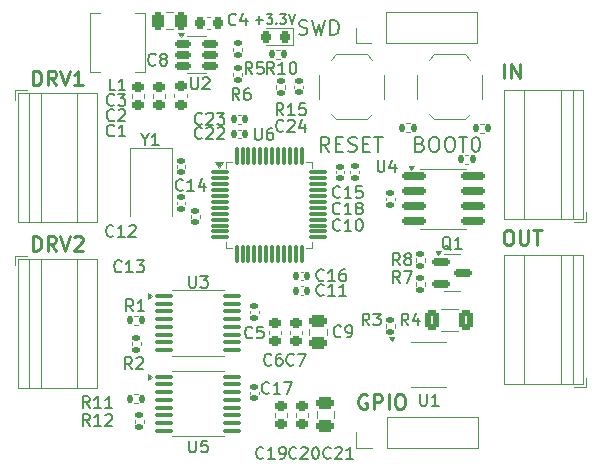
<source format=gto>
%TF.GenerationSoftware,KiCad,Pcbnew,8.0.3-8.0.3-0~ubuntu22.04.1*%
%TF.CreationDate,2024-06-18T13:07:19+03:00*%
%TF.ProjectId,DoserDriver,446f7365-7244-4726-9976-65722e6b6963,rev?*%
%TF.SameCoordinates,Original*%
%TF.FileFunction,Legend,Top*%
%TF.FilePolarity,Positive*%
%FSLAX46Y46*%
G04 Gerber Fmt 4.6, Leading zero omitted, Abs format (unit mm)*
G04 Created by KiCad (PCBNEW 8.0.3-8.0.3-0~ubuntu22.04.1) date 2024-06-18 13:07:19*
%MOMM*%
%LPD*%
G01*
G04 APERTURE LIST*
G04 Aperture macros list*
%AMRoundRect*
0 Rectangle with rounded corners*
0 $1 Rounding radius*
0 $2 $3 $4 $5 $6 $7 $8 $9 X,Y pos of 4 corners*
0 Add a 4 corners polygon primitive as box body*
4,1,4,$2,$3,$4,$5,$6,$7,$8,$9,$2,$3,0*
0 Add four circle primitives for the rounded corners*
1,1,$1+$1,$2,$3*
1,1,$1+$1,$4,$5*
1,1,$1+$1,$6,$7*
1,1,$1+$1,$8,$9*
0 Add four rect primitives between the rounded corners*
20,1,$1+$1,$2,$3,$4,$5,0*
20,1,$1+$1,$4,$5,$6,$7,0*
20,1,$1+$1,$6,$7,$8,$9,0*
20,1,$1+$1,$8,$9,$2,$3,0*%
G04 Aperture macros list end*
%ADD10C,0.250000*%
%ADD11C,0.200000*%
%ADD12C,0.150000*%
%ADD13C,0.120000*%
%ADD14RoundRect,0.250000X-0.312500X-0.625000X0.312500X-0.625000X0.312500X0.625000X-0.312500X0.625000X0*%
%ADD15RoundRect,0.135000X0.185000X-0.135000X0.185000X0.135000X-0.185000X0.135000X-0.185000X-0.135000X0*%
%ADD16RoundRect,0.140000X-0.170000X0.140000X-0.170000X-0.140000X0.170000X-0.140000X0.170000X0.140000X0*%
%ADD17RoundRect,0.250000X0.475000X-0.250000X0.475000X0.250000X-0.475000X0.250000X-0.475000X-0.250000X0*%
%ADD18RoundRect,0.135000X-0.135000X-0.185000X0.135000X-0.185000X0.135000X0.185000X-0.135000X0.185000X0*%
%ADD19RoundRect,0.140000X-0.140000X-0.170000X0.140000X-0.170000X0.140000X0.170000X-0.140000X0.170000X0*%
%ADD20RoundRect,0.135000X-0.185000X0.135000X-0.185000X-0.135000X0.185000X-0.135000X0.185000X0.135000X0*%
%ADD21RoundRect,0.140000X0.170000X-0.140000X0.170000X0.140000X-0.170000X0.140000X-0.170000X-0.140000X0*%
%ADD22RoundRect,0.250000X-0.250000X-0.475000X0.250000X-0.475000X0.250000X0.475000X-0.250000X0.475000X0*%
%ADD23RoundRect,0.225000X0.250000X-0.225000X0.250000X0.225000X-0.250000X0.225000X-0.250000X-0.225000X0*%
%ADD24RoundRect,0.225000X-0.250000X0.225000X-0.250000X-0.225000X0.250000X-0.225000X0.250000X0.225000X0*%
%ADD25R,2.000000X2.000000*%
%ADD26C,2.000000*%
%ADD27R,1.200000X0.800000*%
%ADD28RoundRect,0.140000X0.140000X0.170000X-0.140000X0.170000X-0.140000X-0.170000X0.140000X-0.170000X0*%
%ADD29C,2.200000*%
%ADD30RoundRect,0.218750X0.218750X0.256250X-0.218750X0.256250X-0.218750X-0.256250X0.218750X-0.256250X0*%
%ADD31RoundRect,0.150000X-0.512500X-0.150000X0.512500X-0.150000X0.512500X0.150000X-0.512500X0.150000X0*%
%ADD32R,1.000000X0.750000*%
%ADD33RoundRect,0.150000X-0.825000X-0.150000X0.825000X-0.150000X0.825000X0.150000X-0.825000X0.150000X0*%
%ADD34R,2.460000X2.310000*%
%ADD35RoundRect,0.100000X-0.687500X-0.100000X0.687500X-0.100000X0.687500X0.100000X-0.687500X0.100000X0*%
%ADD36RoundRect,0.135000X0.135000X0.185000X-0.135000X0.185000X-0.135000X-0.185000X0.135000X-0.185000X0*%
%ADD37R,1.700000X1.700000*%
%ADD38O,1.700000X1.700000*%
%ADD39RoundRect,0.075000X-0.662500X-0.075000X0.662500X-0.075000X0.662500X0.075000X-0.662500X0.075000X0*%
%ADD40RoundRect,0.075000X-0.075000X-0.662500X0.075000X-0.662500X0.075000X0.662500X-0.075000X0.662500X0*%
%ADD41R,2.500000X1.500000*%
%ADD42RoundRect,0.225000X-0.225000X-0.250000X0.225000X-0.250000X0.225000X0.250000X-0.225000X0.250000X0*%
%ADD43RoundRect,0.150000X-0.587500X-0.150000X0.587500X-0.150000X0.587500X0.150000X-0.587500X0.150000X0*%
%ADD44R,2.400000X2.000000*%
G04 APERTURE END LIST*
D10*
X90900187Y-50384023D02*
X91138282Y-50384023D01*
X91138282Y-50384023D02*
X91257330Y-50443547D01*
X91257330Y-50443547D02*
X91376377Y-50562595D01*
X91376377Y-50562595D02*
X91435901Y-50800690D01*
X91435901Y-50800690D02*
X91435901Y-51217357D01*
X91435901Y-51217357D02*
X91376377Y-51455452D01*
X91376377Y-51455452D02*
X91257330Y-51574500D01*
X91257330Y-51574500D02*
X91138282Y-51634023D01*
X91138282Y-51634023D02*
X90900187Y-51634023D01*
X90900187Y-51634023D02*
X90781139Y-51574500D01*
X90781139Y-51574500D02*
X90662092Y-51455452D01*
X90662092Y-51455452D02*
X90602568Y-51217357D01*
X90602568Y-51217357D02*
X90602568Y-50800690D01*
X90602568Y-50800690D02*
X90662092Y-50562595D01*
X90662092Y-50562595D02*
X90781139Y-50443547D01*
X90781139Y-50443547D02*
X90900187Y-50384023D01*
X91971616Y-50384023D02*
X91971616Y-51395928D01*
X91971616Y-51395928D02*
X92031139Y-51514976D01*
X92031139Y-51514976D02*
X92090663Y-51574500D01*
X92090663Y-51574500D02*
X92209711Y-51634023D01*
X92209711Y-51634023D02*
X92447806Y-51634023D01*
X92447806Y-51634023D02*
X92566854Y-51574500D01*
X92566854Y-51574500D02*
X92626377Y-51514976D01*
X92626377Y-51514976D02*
X92685901Y-51395928D01*
X92685901Y-51395928D02*
X92685901Y-50384023D01*
X93102568Y-50384023D02*
X93816854Y-50384023D01*
X93459711Y-51634023D02*
X93459711Y-50384023D01*
D11*
X69622054Y-32586933D02*
X70231578Y-32586933D01*
X69926816Y-32891695D02*
X69926816Y-32282171D01*
X70536339Y-32091695D02*
X71031577Y-32091695D01*
X71031577Y-32091695D02*
X70764911Y-32396457D01*
X70764911Y-32396457D02*
X70879196Y-32396457D01*
X70879196Y-32396457D02*
X70955387Y-32434552D01*
X70955387Y-32434552D02*
X70993482Y-32472647D01*
X70993482Y-32472647D02*
X71031577Y-32548838D01*
X71031577Y-32548838D02*
X71031577Y-32739314D01*
X71031577Y-32739314D02*
X70993482Y-32815504D01*
X70993482Y-32815504D02*
X70955387Y-32853600D01*
X70955387Y-32853600D02*
X70879196Y-32891695D01*
X70879196Y-32891695D02*
X70650625Y-32891695D01*
X70650625Y-32891695D02*
X70574434Y-32853600D01*
X70574434Y-32853600D02*
X70536339Y-32815504D01*
X71374435Y-32815504D02*
X71412530Y-32853600D01*
X71412530Y-32853600D02*
X71374435Y-32891695D01*
X71374435Y-32891695D02*
X71336339Y-32853600D01*
X71336339Y-32853600D02*
X71374435Y-32815504D01*
X71374435Y-32815504D02*
X71374435Y-32891695D01*
X71679196Y-32091695D02*
X72174434Y-32091695D01*
X72174434Y-32091695D02*
X71907768Y-32396457D01*
X71907768Y-32396457D02*
X72022053Y-32396457D01*
X72022053Y-32396457D02*
X72098244Y-32434552D01*
X72098244Y-32434552D02*
X72136339Y-32472647D01*
X72136339Y-32472647D02*
X72174434Y-32548838D01*
X72174434Y-32548838D02*
X72174434Y-32739314D01*
X72174434Y-32739314D02*
X72136339Y-32815504D01*
X72136339Y-32815504D02*
X72098244Y-32853600D01*
X72098244Y-32853600D02*
X72022053Y-32891695D01*
X72022053Y-32891695D02*
X71793482Y-32891695D01*
X71793482Y-32891695D02*
X71717291Y-32853600D01*
X71717291Y-32853600D02*
X71679196Y-32815504D01*
X72403006Y-32091695D02*
X72669673Y-32891695D01*
X72669673Y-32891695D02*
X72936339Y-32091695D01*
D10*
X79016853Y-64343547D02*
X78897806Y-64284023D01*
X78897806Y-64284023D02*
X78719234Y-64284023D01*
X78719234Y-64284023D02*
X78540663Y-64343547D01*
X78540663Y-64343547D02*
X78421615Y-64462595D01*
X78421615Y-64462595D02*
X78362092Y-64581642D01*
X78362092Y-64581642D02*
X78302568Y-64819738D01*
X78302568Y-64819738D02*
X78302568Y-64998309D01*
X78302568Y-64998309D02*
X78362092Y-65236404D01*
X78362092Y-65236404D02*
X78421615Y-65355452D01*
X78421615Y-65355452D02*
X78540663Y-65474500D01*
X78540663Y-65474500D02*
X78719234Y-65534023D01*
X78719234Y-65534023D02*
X78838282Y-65534023D01*
X78838282Y-65534023D02*
X79016853Y-65474500D01*
X79016853Y-65474500D02*
X79076377Y-65414976D01*
X79076377Y-65414976D02*
X79076377Y-64998309D01*
X79076377Y-64998309D02*
X78838282Y-64998309D01*
X79612092Y-65534023D02*
X79612092Y-64284023D01*
X79612092Y-64284023D02*
X80088282Y-64284023D01*
X80088282Y-64284023D02*
X80207330Y-64343547D01*
X80207330Y-64343547D02*
X80266853Y-64403071D01*
X80266853Y-64403071D02*
X80326377Y-64522119D01*
X80326377Y-64522119D02*
X80326377Y-64700690D01*
X80326377Y-64700690D02*
X80266853Y-64819738D01*
X80266853Y-64819738D02*
X80207330Y-64879261D01*
X80207330Y-64879261D02*
X80088282Y-64938785D01*
X80088282Y-64938785D02*
X79612092Y-64938785D01*
X80862092Y-65534023D02*
X80862092Y-64284023D01*
X81695425Y-64284023D02*
X81933520Y-64284023D01*
X81933520Y-64284023D02*
X82052568Y-64343547D01*
X82052568Y-64343547D02*
X82171615Y-64462595D01*
X82171615Y-64462595D02*
X82231139Y-64700690D01*
X82231139Y-64700690D02*
X82231139Y-65117357D01*
X82231139Y-65117357D02*
X82171615Y-65355452D01*
X82171615Y-65355452D02*
X82052568Y-65474500D01*
X82052568Y-65474500D02*
X81933520Y-65534023D01*
X81933520Y-65534023D02*
X81695425Y-65534023D01*
X81695425Y-65534023D02*
X81576377Y-65474500D01*
X81576377Y-65474500D02*
X81457330Y-65355452D01*
X81457330Y-65355452D02*
X81397806Y-65117357D01*
X81397806Y-65117357D02*
X81397806Y-64700690D01*
X81397806Y-64700690D02*
X81457330Y-64462595D01*
X81457330Y-64462595D02*
X81576377Y-64343547D01*
X81576377Y-64343547D02*
X81695425Y-64284023D01*
X50742092Y-38134023D02*
X50742092Y-36884023D01*
X50742092Y-36884023D02*
X51039711Y-36884023D01*
X51039711Y-36884023D02*
X51218282Y-36943547D01*
X51218282Y-36943547D02*
X51337330Y-37062595D01*
X51337330Y-37062595D02*
X51396853Y-37181642D01*
X51396853Y-37181642D02*
X51456377Y-37419738D01*
X51456377Y-37419738D02*
X51456377Y-37598309D01*
X51456377Y-37598309D02*
X51396853Y-37836404D01*
X51396853Y-37836404D02*
X51337330Y-37955452D01*
X51337330Y-37955452D02*
X51218282Y-38074500D01*
X51218282Y-38074500D02*
X51039711Y-38134023D01*
X51039711Y-38134023D02*
X50742092Y-38134023D01*
X52706377Y-38134023D02*
X52289711Y-37538785D01*
X51992092Y-38134023D02*
X51992092Y-36884023D01*
X51992092Y-36884023D02*
X52468282Y-36884023D01*
X52468282Y-36884023D02*
X52587330Y-36943547D01*
X52587330Y-36943547D02*
X52646853Y-37003071D01*
X52646853Y-37003071D02*
X52706377Y-37122119D01*
X52706377Y-37122119D02*
X52706377Y-37300690D01*
X52706377Y-37300690D02*
X52646853Y-37419738D01*
X52646853Y-37419738D02*
X52587330Y-37479261D01*
X52587330Y-37479261D02*
X52468282Y-37538785D01*
X52468282Y-37538785D02*
X51992092Y-37538785D01*
X53063520Y-36884023D02*
X53480187Y-38134023D01*
X53480187Y-38134023D02*
X53896853Y-36884023D01*
X54968282Y-38134023D02*
X54253997Y-38134023D01*
X54611140Y-38134023D02*
X54611140Y-36884023D01*
X54611140Y-36884023D02*
X54492092Y-37062595D01*
X54492092Y-37062595D02*
X54373044Y-37181642D01*
X54373044Y-37181642D02*
X54253997Y-37241166D01*
D11*
X75843482Y-43736623D02*
X75426816Y-43141385D01*
X75129197Y-43736623D02*
X75129197Y-42486623D01*
X75129197Y-42486623D02*
X75605387Y-42486623D01*
X75605387Y-42486623D02*
X75724435Y-42546147D01*
X75724435Y-42546147D02*
X75783958Y-42605671D01*
X75783958Y-42605671D02*
X75843482Y-42724719D01*
X75843482Y-42724719D02*
X75843482Y-42903290D01*
X75843482Y-42903290D02*
X75783958Y-43022338D01*
X75783958Y-43022338D02*
X75724435Y-43081861D01*
X75724435Y-43081861D02*
X75605387Y-43141385D01*
X75605387Y-43141385D02*
X75129197Y-43141385D01*
X76379197Y-43081861D02*
X76795863Y-43081861D01*
X76974435Y-43736623D02*
X76379197Y-43736623D01*
X76379197Y-43736623D02*
X76379197Y-42486623D01*
X76379197Y-42486623D02*
X76974435Y-42486623D01*
X77450625Y-43677100D02*
X77629196Y-43736623D01*
X77629196Y-43736623D02*
X77926815Y-43736623D01*
X77926815Y-43736623D02*
X78045863Y-43677100D01*
X78045863Y-43677100D02*
X78105387Y-43617576D01*
X78105387Y-43617576D02*
X78164910Y-43498528D01*
X78164910Y-43498528D02*
X78164910Y-43379480D01*
X78164910Y-43379480D02*
X78105387Y-43260433D01*
X78105387Y-43260433D02*
X78045863Y-43200909D01*
X78045863Y-43200909D02*
X77926815Y-43141385D01*
X77926815Y-43141385D02*
X77688720Y-43081861D01*
X77688720Y-43081861D02*
X77569672Y-43022338D01*
X77569672Y-43022338D02*
X77510149Y-42962814D01*
X77510149Y-42962814D02*
X77450625Y-42843766D01*
X77450625Y-42843766D02*
X77450625Y-42724719D01*
X77450625Y-42724719D02*
X77510149Y-42605671D01*
X77510149Y-42605671D02*
X77569672Y-42546147D01*
X77569672Y-42546147D02*
X77688720Y-42486623D01*
X77688720Y-42486623D02*
X77986339Y-42486623D01*
X77986339Y-42486623D02*
X78164910Y-42546147D01*
X78700625Y-43081861D02*
X79117291Y-43081861D01*
X79295863Y-43736623D02*
X78700625Y-43736623D01*
X78700625Y-43736623D02*
X78700625Y-42486623D01*
X78700625Y-42486623D02*
X79295863Y-42486623D01*
X79653005Y-42486623D02*
X80367291Y-42486623D01*
X80010148Y-43736623D02*
X80010148Y-42486623D01*
D10*
X50742092Y-52134023D02*
X50742092Y-50884023D01*
X50742092Y-50884023D02*
X51039711Y-50884023D01*
X51039711Y-50884023D02*
X51218282Y-50943547D01*
X51218282Y-50943547D02*
X51337330Y-51062595D01*
X51337330Y-51062595D02*
X51396853Y-51181642D01*
X51396853Y-51181642D02*
X51456377Y-51419738D01*
X51456377Y-51419738D02*
X51456377Y-51598309D01*
X51456377Y-51598309D02*
X51396853Y-51836404D01*
X51396853Y-51836404D02*
X51337330Y-51955452D01*
X51337330Y-51955452D02*
X51218282Y-52074500D01*
X51218282Y-52074500D02*
X51039711Y-52134023D01*
X51039711Y-52134023D02*
X50742092Y-52134023D01*
X52706377Y-52134023D02*
X52289711Y-51538785D01*
X51992092Y-52134023D02*
X51992092Y-50884023D01*
X51992092Y-50884023D02*
X52468282Y-50884023D01*
X52468282Y-50884023D02*
X52587330Y-50943547D01*
X52587330Y-50943547D02*
X52646853Y-51003071D01*
X52646853Y-51003071D02*
X52706377Y-51122119D01*
X52706377Y-51122119D02*
X52706377Y-51300690D01*
X52706377Y-51300690D02*
X52646853Y-51419738D01*
X52646853Y-51419738D02*
X52587330Y-51479261D01*
X52587330Y-51479261D02*
X52468282Y-51538785D01*
X52468282Y-51538785D02*
X51992092Y-51538785D01*
X53063520Y-50884023D02*
X53480187Y-52134023D01*
X53480187Y-52134023D02*
X53896853Y-50884023D01*
X54253997Y-51003071D02*
X54313521Y-50943547D01*
X54313521Y-50943547D02*
X54432568Y-50884023D01*
X54432568Y-50884023D02*
X54730187Y-50884023D01*
X54730187Y-50884023D02*
X54849235Y-50943547D01*
X54849235Y-50943547D02*
X54908759Y-51003071D01*
X54908759Y-51003071D02*
X54968282Y-51122119D01*
X54968282Y-51122119D02*
X54968282Y-51241166D01*
X54968282Y-51241166D02*
X54908759Y-51419738D01*
X54908759Y-51419738D02*
X54194473Y-52134023D01*
X54194473Y-52134023D02*
X54968282Y-52134023D01*
D11*
X83545863Y-43081861D02*
X83724435Y-43141385D01*
X83724435Y-43141385D02*
X83783958Y-43200909D01*
X83783958Y-43200909D02*
X83843482Y-43319957D01*
X83843482Y-43319957D02*
X83843482Y-43498528D01*
X83843482Y-43498528D02*
X83783958Y-43617576D01*
X83783958Y-43617576D02*
X83724435Y-43677100D01*
X83724435Y-43677100D02*
X83605387Y-43736623D01*
X83605387Y-43736623D02*
X83129197Y-43736623D01*
X83129197Y-43736623D02*
X83129197Y-42486623D01*
X83129197Y-42486623D02*
X83545863Y-42486623D01*
X83545863Y-42486623D02*
X83664911Y-42546147D01*
X83664911Y-42546147D02*
X83724435Y-42605671D01*
X83724435Y-42605671D02*
X83783958Y-42724719D01*
X83783958Y-42724719D02*
X83783958Y-42843766D01*
X83783958Y-42843766D02*
X83724435Y-42962814D01*
X83724435Y-42962814D02*
X83664911Y-43022338D01*
X83664911Y-43022338D02*
X83545863Y-43081861D01*
X83545863Y-43081861D02*
X83129197Y-43081861D01*
X84617292Y-42486623D02*
X84855387Y-42486623D01*
X84855387Y-42486623D02*
X84974435Y-42546147D01*
X84974435Y-42546147D02*
X85093482Y-42665195D01*
X85093482Y-42665195D02*
X85153006Y-42903290D01*
X85153006Y-42903290D02*
X85153006Y-43319957D01*
X85153006Y-43319957D02*
X85093482Y-43558052D01*
X85093482Y-43558052D02*
X84974435Y-43677100D01*
X84974435Y-43677100D02*
X84855387Y-43736623D01*
X84855387Y-43736623D02*
X84617292Y-43736623D01*
X84617292Y-43736623D02*
X84498244Y-43677100D01*
X84498244Y-43677100D02*
X84379197Y-43558052D01*
X84379197Y-43558052D02*
X84319673Y-43319957D01*
X84319673Y-43319957D02*
X84319673Y-42903290D01*
X84319673Y-42903290D02*
X84379197Y-42665195D01*
X84379197Y-42665195D02*
X84498244Y-42546147D01*
X84498244Y-42546147D02*
X84617292Y-42486623D01*
X85926816Y-42486623D02*
X86164911Y-42486623D01*
X86164911Y-42486623D02*
X86283959Y-42546147D01*
X86283959Y-42546147D02*
X86403006Y-42665195D01*
X86403006Y-42665195D02*
X86462530Y-42903290D01*
X86462530Y-42903290D02*
X86462530Y-43319957D01*
X86462530Y-43319957D02*
X86403006Y-43558052D01*
X86403006Y-43558052D02*
X86283959Y-43677100D01*
X86283959Y-43677100D02*
X86164911Y-43736623D01*
X86164911Y-43736623D02*
X85926816Y-43736623D01*
X85926816Y-43736623D02*
X85807768Y-43677100D01*
X85807768Y-43677100D02*
X85688721Y-43558052D01*
X85688721Y-43558052D02*
X85629197Y-43319957D01*
X85629197Y-43319957D02*
X85629197Y-42903290D01*
X85629197Y-42903290D02*
X85688721Y-42665195D01*
X85688721Y-42665195D02*
X85807768Y-42546147D01*
X85807768Y-42546147D02*
X85926816Y-42486623D01*
X86819673Y-42486623D02*
X87533959Y-42486623D01*
X87176816Y-43736623D02*
X87176816Y-42486623D01*
X88188721Y-42486623D02*
X88307768Y-42486623D01*
X88307768Y-42486623D02*
X88426816Y-42546147D01*
X88426816Y-42546147D02*
X88486340Y-42605671D01*
X88486340Y-42605671D02*
X88545864Y-42724719D01*
X88545864Y-42724719D02*
X88605387Y-42962814D01*
X88605387Y-42962814D02*
X88605387Y-43260433D01*
X88605387Y-43260433D02*
X88545864Y-43498528D01*
X88545864Y-43498528D02*
X88486340Y-43617576D01*
X88486340Y-43617576D02*
X88426816Y-43677100D01*
X88426816Y-43677100D02*
X88307768Y-43736623D01*
X88307768Y-43736623D02*
X88188721Y-43736623D01*
X88188721Y-43736623D02*
X88069673Y-43677100D01*
X88069673Y-43677100D02*
X88010149Y-43617576D01*
X88010149Y-43617576D02*
X87950626Y-43498528D01*
X87950626Y-43498528D02*
X87891102Y-43260433D01*
X87891102Y-43260433D02*
X87891102Y-42962814D01*
X87891102Y-42962814D02*
X87950626Y-42724719D01*
X87950626Y-42724719D02*
X88010149Y-42605671D01*
X88010149Y-42605671D02*
X88069673Y-42546147D01*
X88069673Y-42546147D02*
X88188721Y-42486623D01*
X73269673Y-33777100D02*
X73448244Y-33836623D01*
X73448244Y-33836623D02*
X73745863Y-33836623D01*
X73745863Y-33836623D02*
X73864911Y-33777100D01*
X73864911Y-33777100D02*
X73924435Y-33717576D01*
X73924435Y-33717576D02*
X73983958Y-33598528D01*
X73983958Y-33598528D02*
X73983958Y-33479480D01*
X73983958Y-33479480D02*
X73924435Y-33360433D01*
X73924435Y-33360433D02*
X73864911Y-33300909D01*
X73864911Y-33300909D02*
X73745863Y-33241385D01*
X73745863Y-33241385D02*
X73507768Y-33181861D01*
X73507768Y-33181861D02*
X73388720Y-33122338D01*
X73388720Y-33122338D02*
X73329197Y-33062814D01*
X73329197Y-33062814D02*
X73269673Y-32943766D01*
X73269673Y-32943766D02*
X73269673Y-32824719D01*
X73269673Y-32824719D02*
X73329197Y-32705671D01*
X73329197Y-32705671D02*
X73388720Y-32646147D01*
X73388720Y-32646147D02*
X73507768Y-32586623D01*
X73507768Y-32586623D02*
X73805387Y-32586623D01*
X73805387Y-32586623D02*
X73983958Y-32646147D01*
X74400625Y-32586623D02*
X74698244Y-33836623D01*
X74698244Y-33836623D02*
X74936339Y-32943766D01*
X74936339Y-32943766D02*
X75174434Y-33836623D01*
X75174434Y-33836623D02*
X75472054Y-32586623D01*
X75948244Y-33836623D02*
X75948244Y-32586623D01*
X75948244Y-32586623D02*
X76245863Y-32586623D01*
X76245863Y-32586623D02*
X76424434Y-32646147D01*
X76424434Y-32646147D02*
X76543482Y-32765195D01*
X76543482Y-32765195D02*
X76603005Y-32884242D01*
X76603005Y-32884242D02*
X76662529Y-33122338D01*
X76662529Y-33122338D02*
X76662529Y-33300909D01*
X76662529Y-33300909D02*
X76603005Y-33539004D01*
X76603005Y-33539004D02*
X76543482Y-33658052D01*
X76543482Y-33658052D02*
X76424434Y-33777100D01*
X76424434Y-33777100D02*
X76245863Y-33836623D01*
X76245863Y-33836623D02*
X75948244Y-33836623D01*
D10*
X90662092Y-37534023D02*
X90662092Y-36284023D01*
X91257330Y-37534023D02*
X91257330Y-36284023D01*
X91257330Y-36284023D02*
X91971615Y-37534023D01*
X91971615Y-37534023D02*
X91971615Y-36284023D01*
D12*
X82533333Y-58454819D02*
X82200000Y-57978628D01*
X81961905Y-58454819D02*
X81961905Y-57454819D01*
X81961905Y-57454819D02*
X82342857Y-57454819D01*
X82342857Y-57454819D02*
X82438095Y-57502438D01*
X82438095Y-57502438D02*
X82485714Y-57550057D01*
X82485714Y-57550057D02*
X82533333Y-57645295D01*
X82533333Y-57645295D02*
X82533333Y-57788152D01*
X82533333Y-57788152D02*
X82485714Y-57883390D01*
X82485714Y-57883390D02*
X82438095Y-57931009D01*
X82438095Y-57931009D02*
X82342857Y-57978628D01*
X82342857Y-57978628D02*
X81961905Y-57978628D01*
X83390476Y-57788152D02*
X83390476Y-58454819D01*
X83152381Y-57407200D02*
X82914286Y-58121485D01*
X82914286Y-58121485D02*
X83533333Y-58121485D01*
X71957142Y-40654819D02*
X71623809Y-40178628D01*
X71385714Y-40654819D02*
X71385714Y-39654819D01*
X71385714Y-39654819D02*
X71766666Y-39654819D01*
X71766666Y-39654819D02*
X71861904Y-39702438D01*
X71861904Y-39702438D02*
X71909523Y-39750057D01*
X71909523Y-39750057D02*
X71957142Y-39845295D01*
X71957142Y-39845295D02*
X71957142Y-39988152D01*
X71957142Y-39988152D02*
X71909523Y-40083390D01*
X71909523Y-40083390D02*
X71861904Y-40131009D01*
X71861904Y-40131009D02*
X71766666Y-40178628D01*
X71766666Y-40178628D02*
X71385714Y-40178628D01*
X72909523Y-40654819D02*
X72338095Y-40654819D01*
X72623809Y-40654819D02*
X72623809Y-39654819D01*
X72623809Y-39654819D02*
X72528571Y-39797676D01*
X72528571Y-39797676D02*
X72433333Y-39892914D01*
X72433333Y-39892914D02*
X72338095Y-39940533D01*
X73814285Y-39654819D02*
X73338095Y-39654819D01*
X73338095Y-39654819D02*
X73290476Y-40131009D01*
X73290476Y-40131009D02*
X73338095Y-40083390D01*
X73338095Y-40083390D02*
X73433333Y-40035771D01*
X73433333Y-40035771D02*
X73671428Y-40035771D01*
X73671428Y-40035771D02*
X73766666Y-40083390D01*
X73766666Y-40083390D02*
X73814285Y-40131009D01*
X73814285Y-40131009D02*
X73861904Y-40226247D01*
X73861904Y-40226247D02*
X73861904Y-40464342D01*
X73861904Y-40464342D02*
X73814285Y-40559580D01*
X73814285Y-40559580D02*
X73766666Y-40607200D01*
X73766666Y-40607200D02*
X73671428Y-40654819D01*
X73671428Y-40654819D02*
X73433333Y-40654819D01*
X73433333Y-40654819D02*
X73338095Y-40607200D01*
X73338095Y-40607200D02*
X73290476Y-40559580D01*
X71957142Y-41959580D02*
X71909523Y-42007200D01*
X71909523Y-42007200D02*
X71766666Y-42054819D01*
X71766666Y-42054819D02*
X71671428Y-42054819D01*
X71671428Y-42054819D02*
X71528571Y-42007200D01*
X71528571Y-42007200D02*
X71433333Y-41911961D01*
X71433333Y-41911961D02*
X71385714Y-41816723D01*
X71385714Y-41816723D02*
X71338095Y-41626247D01*
X71338095Y-41626247D02*
X71338095Y-41483390D01*
X71338095Y-41483390D02*
X71385714Y-41292914D01*
X71385714Y-41292914D02*
X71433333Y-41197676D01*
X71433333Y-41197676D02*
X71528571Y-41102438D01*
X71528571Y-41102438D02*
X71671428Y-41054819D01*
X71671428Y-41054819D02*
X71766666Y-41054819D01*
X71766666Y-41054819D02*
X71909523Y-41102438D01*
X71909523Y-41102438D02*
X71957142Y-41150057D01*
X72338095Y-41150057D02*
X72385714Y-41102438D01*
X72385714Y-41102438D02*
X72480952Y-41054819D01*
X72480952Y-41054819D02*
X72719047Y-41054819D01*
X72719047Y-41054819D02*
X72814285Y-41102438D01*
X72814285Y-41102438D02*
X72861904Y-41150057D01*
X72861904Y-41150057D02*
X72909523Y-41245295D01*
X72909523Y-41245295D02*
X72909523Y-41340533D01*
X72909523Y-41340533D02*
X72861904Y-41483390D01*
X72861904Y-41483390D02*
X72290476Y-42054819D01*
X72290476Y-42054819D02*
X72909523Y-42054819D01*
X73766666Y-41388152D02*
X73766666Y-42054819D01*
X73528571Y-41007200D02*
X73290476Y-41721485D01*
X73290476Y-41721485D02*
X73909523Y-41721485D01*
X76833333Y-59359580D02*
X76785714Y-59407200D01*
X76785714Y-59407200D02*
X76642857Y-59454819D01*
X76642857Y-59454819D02*
X76547619Y-59454819D01*
X76547619Y-59454819D02*
X76404762Y-59407200D01*
X76404762Y-59407200D02*
X76309524Y-59311961D01*
X76309524Y-59311961D02*
X76261905Y-59216723D01*
X76261905Y-59216723D02*
X76214286Y-59026247D01*
X76214286Y-59026247D02*
X76214286Y-58883390D01*
X76214286Y-58883390D02*
X76261905Y-58692914D01*
X76261905Y-58692914D02*
X76309524Y-58597676D01*
X76309524Y-58597676D02*
X76404762Y-58502438D01*
X76404762Y-58502438D02*
X76547619Y-58454819D01*
X76547619Y-58454819D02*
X76642857Y-58454819D01*
X76642857Y-58454819D02*
X76785714Y-58502438D01*
X76785714Y-58502438D02*
X76833333Y-58550057D01*
X77309524Y-59454819D02*
X77500000Y-59454819D01*
X77500000Y-59454819D02*
X77595238Y-59407200D01*
X77595238Y-59407200D02*
X77642857Y-59359580D01*
X77642857Y-59359580D02*
X77738095Y-59216723D01*
X77738095Y-59216723D02*
X77785714Y-59026247D01*
X77785714Y-59026247D02*
X77785714Y-58645295D01*
X77785714Y-58645295D02*
X77738095Y-58550057D01*
X77738095Y-58550057D02*
X77690476Y-58502438D01*
X77690476Y-58502438D02*
X77595238Y-58454819D01*
X77595238Y-58454819D02*
X77404762Y-58454819D01*
X77404762Y-58454819D02*
X77309524Y-58502438D01*
X77309524Y-58502438D02*
X77261905Y-58550057D01*
X77261905Y-58550057D02*
X77214286Y-58645295D01*
X77214286Y-58645295D02*
X77214286Y-58883390D01*
X77214286Y-58883390D02*
X77261905Y-58978628D01*
X77261905Y-58978628D02*
X77309524Y-59026247D01*
X77309524Y-59026247D02*
X77404762Y-59073866D01*
X77404762Y-59073866D02*
X77595238Y-59073866D01*
X77595238Y-59073866D02*
X77690476Y-59026247D01*
X77690476Y-59026247D02*
X77738095Y-58978628D01*
X77738095Y-58978628D02*
X77785714Y-58883390D01*
X55557142Y-65454819D02*
X55223809Y-64978628D01*
X54985714Y-65454819D02*
X54985714Y-64454819D01*
X54985714Y-64454819D02*
X55366666Y-64454819D01*
X55366666Y-64454819D02*
X55461904Y-64502438D01*
X55461904Y-64502438D02*
X55509523Y-64550057D01*
X55509523Y-64550057D02*
X55557142Y-64645295D01*
X55557142Y-64645295D02*
X55557142Y-64788152D01*
X55557142Y-64788152D02*
X55509523Y-64883390D01*
X55509523Y-64883390D02*
X55461904Y-64931009D01*
X55461904Y-64931009D02*
X55366666Y-64978628D01*
X55366666Y-64978628D02*
X54985714Y-64978628D01*
X56509523Y-65454819D02*
X55938095Y-65454819D01*
X56223809Y-65454819D02*
X56223809Y-64454819D01*
X56223809Y-64454819D02*
X56128571Y-64597676D01*
X56128571Y-64597676D02*
X56033333Y-64692914D01*
X56033333Y-64692914D02*
X55938095Y-64740533D01*
X57461904Y-65454819D02*
X56890476Y-65454819D01*
X57176190Y-65454819D02*
X57176190Y-64454819D01*
X57176190Y-64454819D02*
X57080952Y-64597676D01*
X57080952Y-64597676D02*
X56985714Y-64692914D01*
X56985714Y-64692914D02*
X56890476Y-64740533D01*
X65057142Y-42559580D02*
X65009523Y-42607200D01*
X65009523Y-42607200D02*
X64866666Y-42654819D01*
X64866666Y-42654819D02*
X64771428Y-42654819D01*
X64771428Y-42654819D02*
X64628571Y-42607200D01*
X64628571Y-42607200D02*
X64533333Y-42511961D01*
X64533333Y-42511961D02*
X64485714Y-42416723D01*
X64485714Y-42416723D02*
X64438095Y-42226247D01*
X64438095Y-42226247D02*
X64438095Y-42083390D01*
X64438095Y-42083390D02*
X64485714Y-41892914D01*
X64485714Y-41892914D02*
X64533333Y-41797676D01*
X64533333Y-41797676D02*
X64628571Y-41702438D01*
X64628571Y-41702438D02*
X64771428Y-41654819D01*
X64771428Y-41654819D02*
X64866666Y-41654819D01*
X64866666Y-41654819D02*
X65009523Y-41702438D01*
X65009523Y-41702438D02*
X65057142Y-41750057D01*
X65438095Y-41750057D02*
X65485714Y-41702438D01*
X65485714Y-41702438D02*
X65580952Y-41654819D01*
X65580952Y-41654819D02*
X65819047Y-41654819D01*
X65819047Y-41654819D02*
X65914285Y-41702438D01*
X65914285Y-41702438D02*
X65961904Y-41750057D01*
X65961904Y-41750057D02*
X66009523Y-41845295D01*
X66009523Y-41845295D02*
X66009523Y-41940533D01*
X66009523Y-41940533D02*
X65961904Y-42083390D01*
X65961904Y-42083390D02*
X65390476Y-42654819D01*
X65390476Y-42654819D02*
X66009523Y-42654819D01*
X66390476Y-41750057D02*
X66438095Y-41702438D01*
X66438095Y-41702438D02*
X66533333Y-41654819D01*
X66533333Y-41654819D02*
X66771428Y-41654819D01*
X66771428Y-41654819D02*
X66866666Y-41702438D01*
X66866666Y-41702438D02*
X66914285Y-41750057D01*
X66914285Y-41750057D02*
X66961904Y-41845295D01*
X66961904Y-41845295D02*
X66961904Y-41940533D01*
X66961904Y-41940533D02*
X66914285Y-42083390D01*
X66914285Y-42083390D02*
X66342857Y-42654819D01*
X66342857Y-42654819D02*
X66961904Y-42654819D01*
X69333333Y-37154819D02*
X69000000Y-36678628D01*
X68761905Y-37154819D02*
X68761905Y-36154819D01*
X68761905Y-36154819D02*
X69142857Y-36154819D01*
X69142857Y-36154819D02*
X69238095Y-36202438D01*
X69238095Y-36202438D02*
X69285714Y-36250057D01*
X69285714Y-36250057D02*
X69333333Y-36345295D01*
X69333333Y-36345295D02*
X69333333Y-36488152D01*
X69333333Y-36488152D02*
X69285714Y-36583390D01*
X69285714Y-36583390D02*
X69238095Y-36631009D01*
X69238095Y-36631009D02*
X69142857Y-36678628D01*
X69142857Y-36678628D02*
X68761905Y-36678628D01*
X70238095Y-36154819D02*
X69761905Y-36154819D01*
X69761905Y-36154819D02*
X69714286Y-36631009D01*
X69714286Y-36631009D02*
X69761905Y-36583390D01*
X69761905Y-36583390D02*
X69857143Y-36535771D01*
X69857143Y-36535771D02*
X70095238Y-36535771D01*
X70095238Y-36535771D02*
X70190476Y-36583390D01*
X70190476Y-36583390D02*
X70238095Y-36631009D01*
X70238095Y-36631009D02*
X70285714Y-36726247D01*
X70285714Y-36726247D02*
X70285714Y-36964342D01*
X70285714Y-36964342D02*
X70238095Y-37059580D01*
X70238095Y-37059580D02*
X70190476Y-37107200D01*
X70190476Y-37107200D02*
X70095238Y-37154819D01*
X70095238Y-37154819D02*
X69857143Y-37154819D01*
X69857143Y-37154819D02*
X69761905Y-37107200D01*
X69761905Y-37107200D02*
X69714286Y-37059580D01*
X76757142Y-50359580D02*
X76709523Y-50407200D01*
X76709523Y-50407200D02*
X76566666Y-50454819D01*
X76566666Y-50454819D02*
X76471428Y-50454819D01*
X76471428Y-50454819D02*
X76328571Y-50407200D01*
X76328571Y-50407200D02*
X76233333Y-50311961D01*
X76233333Y-50311961D02*
X76185714Y-50216723D01*
X76185714Y-50216723D02*
X76138095Y-50026247D01*
X76138095Y-50026247D02*
X76138095Y-49883390D01*
X76138095Y-49883390D02*
X76185714Y-49692914D01*
X76185714Y-49692914D02*
X76233333Y-49597676D01*
X76233333Y-49597676D02*
X76328571Y-49502438D01*
X76328571Y-49502438D02*
X76471428Y-49454819D01*
X76471428Y-49454819D02*
X76566666Y-49454819D01*
X76566666Y-49454819D02*
X76709523Y-49502438D01*
X76709523Y-49502438D02*
X76757142Y-49550057D01*
X77709523Y-50454819D02*
X77138095Y-50454819D01*
X77423809Y-50454819D02*
X77423809Y-49454819D01*
X77423809Y-49454819D02*
X77328571Y-49597676D01*
X77328571Y-49597676D02*
X77233333Y-49692914D01*
X77233333Y-49692914D02*
X77138095Y-49740533D01*
X78328571Y-49454819D02*
X78423809Y-49454819D01*
X78423809Y-49454819D02*
X78519047Y-49502438D01*
X78519047Y-49502438D02*
X78566666Y-49550057D01*
X78566666Y-49550057D02*
X78614285Y-49645295D01*
X78614285Y-49645295D02*
X78661904Y-49835771D01*
X78661904Y-49835771D02*
X78661904Y-50073866D01*
X78661904Y-50073866D02*
X78614285Y-50264342D01*
X78614285Y-50264342D02*
X78566666Y-50359580D01*
X78566666Y-50359580D02*
X78519047Y-50407200D01*
X78519047Y-50407200D02*
X78423809Y-50454819D01*
X78423809Y-50454819D02*
X78328571Y-50454819D01*
X78328571Y-50454819D02*
X78233333Y-50407200D01*
X78233333Y-50407200D02*
X78185714Y-50359580D01*
X78185714Y-50359580D02*
X78138095Y-50264342D01*
X78138095Y-50264342D02*
X78090476Y-50073866D01*
X78090476Y-50073866D02*
X78090476Y-49835771D01*
X78090476Y-49835771D02*
X78138095Y-49645295D01*
X78138095Y-49645295D02*
X78185714Y-49550057D01*
X78185714Y-49550057D02*
X78233333Y-49502438D01*
X78233333Y-49502438D02*
X78328571Y-49454819D01*
X61133333Y-36359580D02*
X61085714Y-36407200D01*
X61085714Y-36407200D02*
X60942857Y-36454819D01*
X60942857Y-36454819D02*
X60847619Y-36454819D01*
X60847619Y-36454819D02*
X60704762Y-36407200D01*
X60704762Y-36407200D02*
X60609524Y-36311961D01*
X60609524Y-36311961D02*
X60561905Y-36216723D01*
X60561905Y-36216723D02*
X60514286Y-36026247D01*
X60514286Y-36026247D02*
X60514286Y-35883390D01*
X60514286Y-35883390D02*
X60561905Y-35692914D01*
X60561905Y-35692914D02*
X60609524Y-35597676D01*
X60609524Y-35597676D02*
X60704762Y-35502438D01*
X60704762Y-35502438D02*
X60847619Y-35454819D01*
X60847619Y-35454819D02*
X60942857Y-35454819D01*
X60942857Y-35454819D02*
X61085714Y-35502438D01*
X61085714Y-35502438D02*
X61133333Y-35550057D01*
X61704762Y-35883390D02*
X61609524Y-35835771D01*
X61609524Y-35835771D02*
X61561905Y-35788152D01*
X61561905Y-35788152D02*
X61514286Y-35692914D01*
X61514286Y-35692914D02*
X61514286Y-35645295D01*
X61514286Y-35645295D02*
X61561905Y-35550057D01*
X61561905Y-35550057D02*
X61609524Y-35502438D01*
X61609524Y-35502438D02*
X61704762Y-35454819D01*
X61704762Y-35454819D02*
X61895238Y-35454819D01*
X61895238Y-35454819D02*
X61990476Y-35502438D01*
X61990476Y-35502438D02*
X62038095Y-35550057D01*
X62038095Y-35550057D02*
X62085714Y-35645295D01*
X62085714Y-35645295D02*
X62085714Y-35692914D01*
X62085714Y-35692914D02*
X62038095Y-35788152D01*
X62038095Y-35788152D02*
X61990476Y-35835771D01*
X61990476Y-35835771D02*
X61895238Y-35883390D01*
X61895238Y-35883390D02*
X61704762Y-35883390D01*
X61704762Y-35883390D02*
X61609524Y-35931009D01*
X61609524Y-35931009D02*
X61561905Y-35978628D01*
X61561905Y-35978628D02*
X61514286Y-36073866D01*
X61514286Y-36073866D02*
X61514286Y-36264342D01*
X61514286Y-36264342D02*
X61561905Y-36359580D01*
X61561905Y-36359580D02*
X61609524Y-36407200D01*
X61609524Y-36407200D02*
X61704762Y-36454819D01*
X61704762Y-36454819D02*
X61895238Y-36454819D01*
X61895238Y-36454819D02*
X61990476Y-36407200D01*
X61990476Y-36407200D02*
X62038095Y-36359580D01*
X62038095Y-36359580D02*
X62085714Y-36264342D01*
X62085714Y-36264342D02*
X62085714Y-36073866D01*
X62085714Y-36073866D02*
X62038095Y-35978628D01*
X62038095Y-35978628D02*
X61990476Y-35931009D01*
X61990476Y-35931009D02*
X61895238Y-35883390D01*
X70257142Y-69659580D02*
X70209523Y-69707200D01*
X70209523Y-69707200D02*
X70066666Y-69754819D01*
X70066666Y-69754819D02*
X69971428Y-69754819D01*
X69971428Y-69754819D02*
X69828571Y-69707200D01*
X69828571Y-69707200D02*
X69733333Y-69611961D01*
X69733333Y-69611961D02*
X69685714Y-69516723D01*
X69685714Y-69516723D02*
X69638095Y-69326247D01*
X69638095Y-69326247D02*
X69638095Y-69183390D01*
X69638095Y-69183390D02*
X69685714Y-68992914D01*
X69685714Y-68992914D02*
X69733333Y-68897676D01*
X69733333Y-68897676D02*
X69828571Y-68802438D01*
X69828571Y-68802438D02*
X69971428Y-68754819D01*
X69971428Y-68754819D02*
X70066666Y-68754819D01*
X70066666Y-68754819D02*
X70209523Y-68802438D01*
X70209523Y-68802438D02*
X70257142Y-68850057D01*
X71209523Y-69754819D02*
X70638095Y-69754819D01*
X70923809Y-69754819D02*
X70923809Y-68754819D01*
X70923809Y-68754819D02*
X70828571Y-68897676D01*
X70828571Y-68897676D02*
X70733333Y-68992914D01*
X70733333Y-68992914D02*
X70638095Y-69040533D01*
X71685714Y-69754819D02*
X71876190Y-69754819D01*
X71876190Y-69754819D02*
X71971428Y-69707200D01*
X71971428Y-69707200D02*
X72019047Y-69659580D01*
X72019047Y-69659580D02*
X72114285Y-69516723D01*
X72114285Y-69516723D02*
X72161904Y-69326247D01*
X72161904Y-69326247D02*
X72161904Y-68945295D01*
X72161904Y-68945295D02*
X72114285Y-68850057D01*
X72114285Y-68850057D02*
X72066666Y-68802438D01*
X72066666Y-68802438D02*
X71971428Y-68754819D01*
X71971428Y-68754819D02*
X71780952Y-68754819D01*
X71780952Y-68754819D02*
X71685714Y-68802438D01*
X71685714Y-68802438D02*
X71638095Y-68850057D01*
X71638095Y-68850057D02*
X71590476Y-68945295D01*
X71590476Y-68945295D02*
X71590476Y-69183390D01*
X71590476Y-69183390D02*
X71638095Y-69278628D01*
X71638095Y-69278628D02*
X71685714Y-69326247D01*
X71685714Y-69326247D02*
X71780952Y-69373866D01*
X71780952Y-69373866D02*
X71971428Y-69373866D01*
X71971428Y-69373866D02*
X72066666Y-69326247D01*
X72066666Y-69326247D02*
X72114285Y-69278628D01*
X72114285Y-69278628D02*
X72161904Y-69183390D01*
X81833333Y-53354819D02*
X81500000Y-52878628D01*
X81261905Y-53354819D02*
X81261905Y-52354819D01*
X81261905Y-52354819D02*
X81642857Y-52354819D01*
X81642857Y-52354819D02*
X81738095Y-52402438D01*
X81738095Y-52402438D02*
X81785714Y-52450057D01*
X81785714Y-52450057D02*
X81833333Y-52545295D01*
X81833333Y-52545295D02*
X81833333Y-52688152D01*
X81833333Y-52688152D02*
X81785714Y-52783390D01*
X81785714Y-52783390D02*
X81738095Y-52831009D01*
X81738095Y-52831009D02*
X81642857Y-52878628D01*
X81642857Y-52878628D02*
X81261905Y-52878628D01*
X82404762Y-52783390D02*
X82309524Y-52735771D01*
X82309524Y-52735771D02*
X82261905Y-52688152D01*
X82261905Y-52688152D02*
X82214286Y-52592914D01*
X82214286Y-52592914D02*
X82214286Y-52545295D01*
X82214286Y-52545295D02*
X82261905Y-52450057D01*
X82261905Y-52450057D02*
X82309524Y-52402438D01*
X82309524Y-52402438D02*
X82404762Y-52354819D01*
X82404762Y-52354819D02*
X82595238Y-52354819D01*
X82595238Y-52354819D02*
X82690476Y-52402438D01*
X82690476Y-52402438D02*
X82738095Y-52450057D01*
X82738095Y-52450057D02*
X82785714Y-52545295D01*
X82785714Y-52545295D02*
X82785714Y-52592914D01*
X82785714Y-52592914D02*
X82738095Y-52688152D01*
X82738095Y-52688152D02*
X82690476Y-52735771D01*
X82690476Y-52735771D02*
X82595238Y-52783390D01*
X82595238Y-52783390D02*
X82404762Y-52783390D01*
X82404762Y-52783390D02*
X82309524Y-52831009D01*
X82309524Y-52831009D02*
X82261905Y-52878628D01*
X82261905Y-52878628D02*
X82214286Y-52973866D01*
X82214286Y-52973866D02*
X82214286Y-53164342D01*
X82214286Y-53164342D02*
X82261905Y-53259580D01*
X82261905Y-53259580D02*
X82309524Y-53307200D01*
X82309524Y-53307200D02*
X82404762Y-53354819D01*
X82404762Y-53354819D02*
X82595238Y-53354819D01*
X82595238Y-53354819D02*
X82690476Y-53307200D01*
X82690476Y-53307200D02*
X82738095Y-53259580D01*
X82738095Y-53259580D02*
X82785714Y-53164342D01*
X82785714Y-53164342D02*
X82785714Y-52973866D01*
X82785714Y-52973866D02*
X82738095Y-52878628D01*
X82738095Y-52878628D02*
X82690476Y-52831009D01*
X82690476Y-52831009D02*
X82595238Y-52783390D01*
X57633333Y-41059580D02*
X57585714Y-41107200D01*
X57585714Y-41107200D02*
X57442857Y-41154819D01*
X57442857Y-41154819D02*
X57347619Y-41154819D01*
X57347619Y-41154819D02*
X57204762Y-41107200D01*
X57204762Y-41107200D02*
X57109524Y-41011961D01*
X57109524Y-41011961D02*
X57061905Y-40916723D01*
X57061905Y-40916723D02*
X57014286Y-40726247D01*
X57014286Y-40726247D02*
X57014286Y-40583390D01*
X57014286Y-40583390D02*
X57061905Y-40392914D01*
X57061905Y-40392914D02*
X57109524Y-40297676D01*
X57109524Y-40297676D02*
X57204762Y-40202438D01*
X57204762Y-40202438D02*
X57347619Y-40154819D01*
X57347619Y-40154819D02*
X57442857Y-40154819D01*
X57442857Y-40154819D02*
X57585714Y-40202438D01*
X57585714Y-40202438D02*
X57633333Y-40250057D01*
X58014286Y-40250057D02*
X58061905Y-40202438D01*
X58061905Y-40202438D02*
X58157143Y-40154819D01*
X58157143Y-40154819D02*
X58395238Y-40154819D01*
X58395238Y-40154819D02*
X58490476Y-40202438D01*
X58490476Y-40202438D02*
X58538095Y-40250057D01*
X58538095Y-40250057D02*
X58585714Y-40345295D01*
X58585714Y-40345295D02*
X58585714Y-40440533D01*
X58585714Y-40440533D02*
X58538095Y-40583390D01*
X58538095Y-40583390D02*
X57966667Y-41154819D01*
X57966667Y-41154819D02*
X58585714Y-41154819D01*
X75957142Y-69659580D02*
X75909523Y-69707200D01*
X75909523Y-69707200D02*
X75766666Y-69754819D01*
X75766666Y-69754819D02*
X75671428Y-69754819D01*
X75671428Y-69754819D02*
X75528571Y-69707200D01*
X75528571Y-69707200D02*
X75433333Y-69611961D01*
X75433333Y-69611961D02*
X75385714Y-69516723D01*
X75385714Y-69516723D02*
X75338095Y-69326247D01*
X75338095Y-69326247D02*
X75338095Y-69183390D01*
X75338095Y-69183390D02*
X75385714Y-68992914D01*
X75385714Y-68992914D02*
X75433333Y-68897676D01*
X75433333Y-68897676D02*
X75528571Y-68802438D01*
X75528571Y-68802438D02*
X75671428Y-68754819D01*
X75671428Y-68754819D02*
X75766666Y-68754819D01*
X75766666Y-68754819D02*
X75909523Y-68802438D01*
X75909523Y-68802438D02*
X75957142Y-68850057D01*
X76338095Y-68850057D02*
X76385714Y-68802438D01*
X76385714Y-68802438D02*
X76480952Y-68754819D01*
X76480952Y-68754819D02*
X76719047Y-68754819D01*
X76719047Y-68754819D02*
X76814285Y-68802438D01*
X76814285Y-68802438D02*
X76861904Y-68850057D01*
X76861904Y-68850057D02*
X76909523Y-68945295D01*
X76909523Y-68945295D02*
X76909523Y-69040533D01*
X76909523Y-69040533D02*
X76861904Y-69183390D01*
X76861904Y-69183390D02*
X76290476Y-69754819D01*
X76290476Y-69754819D02*
X76909523Y-69754819D01*
X77861904Y-69754819D02*
X77290476Y-69754819D01*
X77576190Y-69754819D02*
X77576190Y-68754819D01*
X77576190Y-68754819D02*
X77480952Y-68897676D01*
X77480952Y-68897676D02*
X77385714Y-68992914D01*
X77385714Y-68992914D02*
X77290476Y-69040533D01*
X57557142Y-50859580D02*
X57509523Y-50907200D01*
X57509523Y-50907200D02*
X57366666Y-50954819D01*
X57366666Y-50954819D02*
X57271428Y-50954819D01*
X57271428Y-50954819D02*
X57128571Y-50907200D01*
X57128571Y-50907200D02*
X57033333Y-50811961D01*
X57033333Y-50811961D02*
X56985714Y-50716723D01*
X56985714Y-50716723D02*
X56938095Y-50526247D01*
X56938095Y-50526247D02*
X56938095Y-50383390D01*
X56938095Y-50383390D02*
X56985714Y-50192914D01*
X56985714Y-50192914D02*
X57033333Y-50097676D01*
X57033333Y-50097676D02*
X57128571Y-50002438D01*
X57128571Y-50002438D02*
X57271428Y-49954819D01*
X57271428Y-49954819D02*
X57366666Y-49954819D01*
X57366666Y-49954819D02*
X57509523Y-50002438D01*
X57509523Y-50002438D02*
X57557142Y-50050057D01*
X58509523Y-50954819D02*
X57938095Y-50954819D01*
X58223809Y-50954819D02*
X58223809Y-49954819D01*
X58223809Y-49954819D02*
X58128571Y-50097676D01*
X58128571Y-50097676D02*
X58033333Y-50192914D01*
X58033333Y-50192914D02*
X57938095Y-50240533D01*
X58890476Y-50050057D02*
X58938095Y-50002438D01*
X58938095Y-50002438D02*
X59033333Y-49954819D01*
X59033333Y-49954819D02*
X59271428Y-49954819D01*
X59271428Y-49954819D02*
X59366666Y-50002438D01*
X59366666Y-50002438D02*
X59414285Y-50050057D01*
X59414285Y-50050057D02*
X59461904Y-50145295D01*
X59461904Y-50145295D02*
X59461904Y-50240533D01*
X59461904Y-50240533D02*
X59414285Y-50383390D01*
X59414285Y-50383390D02*
X58842857Y-50954819D01*
X58842857Y-50954819D02*
X59461904Y-50954819D01*
X76757142Y-47559580D02*
X76709523Y-47607200D01*
X76709523Y-47607200D02*
X76566666Y-47654819D01*
X76566666Y-47654819D02*
X76471428Y-47654819D01*
X76471428Y-47654819D02*
X76328571Y-47607200D01*
X76328571Y-47607200D02*
X76233333Y-47511961D01*
X76233333Y-47511961D02*
X76185714Y-47416723D01*
X76185714Y-47416723D02*
X76138095Y-47226247D01*
X76138095Y-47226247D02*
X76138095Y-47083390D01*
X76138095Y-47083390D02*
X76185714Y-46892914D01*
X76185714Y-46892914D02*
X76233333Y-46797676D01*
X76233333Y-46797676D02*
X76328571Y-46702438D01*
X76328571Y-46702438D02*
X76471428Y-46654819D01*
X76471428Y-46654819D02*
X76566666Y-46654819D01*
X76566666Y-46654819D02*
X76709523Y-46702438D01*
X76709523Y-46702438D02*
X76757142Y-46750057D01*
X77709523Y-47654819D02*
X77138095Y-47654819D01*
X77423809Y-47654819D02*
X77423809Y-46654819D01*
X77423809Y-46654819D02*
X77328571Y-46797676D01*
X77328571Y-46797676D02*
X77233333Y-46892914D01*
X77233333Y-46892914D02*
X77138095Y-46940533D01*
X78614285Y-46654819D02*
X78138095Y-46654819D01*
X78138095Y-46654819D02*
X78090476Y-47131009D01*
X78090476Y-47131009D02*
X78138095Y-47083390D01*
X78138095Y-47083390D02*
X78233333Y-47035771D01*
X78233333Y-47035771D02*
X78471428Y-47035771D01*
X78471428Y-47035771D02*
X78566666Y-47083390D01*
X78566666Y-47083390D02*
X78614285Y-47131009D01*
X78614285Y-47131009D02*
X78661904Y-47226247D01*
X78661904Y-47226247D02*
X78661904Y-47464342D01*
X78661904Y-47464342D02*
X78614285Y-47559580D01*
X78614285Y-47559580D02*
X78566666Y-47607200D01*
X78566666Y-47607200D02*
X78471428Y-47654819D01*
X78471428Y-47654819D02*
X78233333Y-47654819D01*
X78233333Y-47654819D02*
X78138095Y-47607200D01*
X78138095Y-47607200D02*
X78090476Y-47559580D01*
X76757142Y-48959580D02*
X76709523Y-49007200D01*
X76709523Y-49007200D02*
X76566666Y-49054819D01*
X76566666Y-49054819D02*
X76471428Y-49054819D01*
X76471428Y-49054819D02*
X76328571Y-49007200D01*
X76328571Y-49007200D02*
X76233333Y-48911961D01*
X76233333Y-48911961D02*
X76185714Y-48816723D01*
X76185714Y-48816723D02*
X76138095Y-48626247D01*
X76138095Y-48626247D02*
X76138095Y-48483390D01*
X76138095Y-48483390D02*
X76185714Y-48292914D01*
X76185714Y-48292914D02*
X76233333Y-48197676D01*
X76233333Y-48197676D02*
X76328571Y-48102438D01*
X76328571Y-48102438D02*
X76471428Y-48054819D01*
X76471428Y-48054819D02*
X76566666Y-48054819D01*
X76566666Y-48054819D02*
X76709523Y-48102438D01*
X76709523Y-48102438D02*
X76757142Y-48150057D01*
X77709523Y-49054819D02*
X77138095Y-49054819D01*
X77423809Y-49054819D02*
X77423809Y-48054819D01*
X77423809Y-48054819D02*
X77328571Y-48197676D01*
X77328571Y-48197676D02*
X77233333Y-48292914D01*
X77233333Y-48292914D02*
X77138095Y-48340533D01*
X78280952Y-48483390D02*
X78185714Y-48435771D01*
X78185714Y-48435771D02*
X78138095Y-48388152D01*
X78138095Y-48388152D02*
X78090476Y-48292914D01*
X78090476Y-48292914D02*
X78090476Y-48245295D01*
X78090476Y-48245295D02*
X78138095Y-48150057D01*
X78138095Y-48150057D02*
X78185714Y-48102438D01*
X78185714Y-48102438D02*
X78280952Y-48054819D01*
X78280952Y-48054819D02*
X78471428Y-48054819D01*
X78471428Y-48054819D02*
X78566666Y-48102438D01*
X78566666Y-48102438D02*
X78614285Y-48150057D01*
X78614285Y-48150057D02*
X78661904Y-48245295D01*
X78661904Y-48245295D02*
X78661904Y-48292914D01*
X78661904Y-48292914D02*
X78614285Y-48388152D01*
X78614285Y-48388152D02*
X78566666Y-48435771D01*
X78566666Y-48435771D02*
X78471428Y-48483390D01*
X78471428Y-48483390D02*
X78280952Y-48483390D01*
X78280952Y-48483390D02*
X78185714Y-48531009D01*
X78185714Y-48531009D02*
X78138095Y-48578628D01*
X78138095Y-48578628D02*
X78090476Y-48673866D01*
X78090476Y-48673866D02*
X78090476Y-48864342D01*
X78090476Y-48864342D02*
X78138095Y-48959580D01*
X78138095Y-48959580D02*
X78185714Y-49007200D01*
X78185714Y-49007200D02*
X78280952Y-49054819D01*
X78280952Y-49054819D02*
X78471428Y-49054819D01*
X78471428Y-49054819D02*
X78566666Y-49007200D01*
X78566666Y-49007200D02*
X78614285Y-48959580D01*
X78614285Y-48959580D02*
X78661904Y-48864342D01*
X78661904Y-48864342D02*
X78661904Y-48673866D01*
X78661904Y-48673866D02*
X78614285Y-48578628D01*
X78614285Y-48578628D02*
X78566666Y-48531009D01*
X78566666Y-48531009D02*
X78471428Y-48483390D01*
X70933333Y-61759580D02*
X70885714Y-61807200D01*
X70885714Y-61807200D02*
X70742857Y-61854819D01*
X70742857Y-61854819D02*
X70647619Y-61854819D01*
X70647619Y-61854819D02*
X70504762Y-61807200D01*
X70504762Y-61807200D02*
X70409524Y-61711961D01*
X70409524Y-61711961D02*
X70361905Y-61616723D01*
X70361905Y-61616723D02*
X70314286Y-61426247D01*
X70314286Y-61426247D02*
X70314286Y-61283390D01*
X70314286Y-61283390D02*
X70361905Y-61092914D01*
X70361905Y-61092914D02*
X70409524Y-60997676D01*
X70409524Y-60997676D02*
X70504762Y-60902438D01*
X70504762Y-60902438D02*
X70647619Y-60854819D01*
X70647619Y-60854819D02*
X70742857Y-60854819D01*
X70742857Y-60854819D02*
X70885714Y-60902438D01*
X70885714Y-60902438D02*
X70933333Y-60950057D01*
X71790476Y-60854819D02*
X71600000Y-60854819D01*
X71600000Y-60854819D02*
X71504762Y-60902438D01*
X71504762Y-60902438D02*
X71457143Y-60950057D01*
X71457143Y-60950057D02*
X71361905Y-61092914D01*
X71361905Y-61092914D02*
X71314286Y-61283390D01*
X71314286Y-61283390D02*
X71314286Y-61664342D01*
X71314286Y-61664342D02*
X71361905Y-61759580D01*
X71361905Y-61759580D02*
X71409524Y-61807200D01*
X71409524Y-61807200D02*
X71504762Y-61854819D01*
X71504762Y-61854819D02*
X71695238Y-61854819D01*
X71695238Y-61854819D02*
X71790476Y-61807200D01*
X71790476Y-61807200D02*
X71838095Y-61759580D01*
X71838095Y-61759580D02*
X71885714Y-61664342D01*
X71885714Y-61664342D02*
X71885714Y-61426247D01*
X71885714Y-61426247D02*
X71838095Y-61331009D01*
X71838095Y-61331009D02*
X71790476Y-61283390D01*
X71790476Y-61283390D02*
X71695238Y-61235771D01*
X71695238Y-61235771D02*
X71504762Y-61235771D01*
X71504762Y-61235771D02*
X71409524Y-61283390D01*
X71409524Y-61283390D02*
X71361905Y-61331009D01*
X71361905Y-61331009D02*
X71314286Y-61426247D01*
X55557142Y-66954819D02*
X55223809Y-66478628D01*
X54985714Y-66954819D02*
X54985714Y-65954819D01*
X54985714Y-65954819D02*
X55366666Y-65954819D01*
X55366666Y-65954819D02*
X55461904Y-66002438D01*
X55461904Y-66002438D02*
X55509523Y-66050057D01*
X55509523Y-66050057D02*
X55557142Y-66145295D01*
X55557142Y-66145295D02*
X55557142Y-66288152D01*
X55557142Y-66288152D02*
X55509523Y-66383390D01*
X55509523Y-66383390D02*
X55461904Y-66431009D01*
X55461904Y-66431009D02*
X55366666Y-66478628D01*
X55366666Y-66478628D02*
X54985714Y-66478628D01*
X56509523Y-66954819D02*
X55938095Y-66954819D01*
X56223809Y-66954819D02*
X56223809Y-65954819D01*
X56223809Y-65954819D02*
X56128571Y-66097676D01*
X56128571Y-66097676D02*
X56033333Y-66192914D01*
X56033333Y-66192914D02*
X55938095Y-66240533D01*
X56890476Y-66050057D02*
X56938095Y-66002438D01*
X56938095Y-66002438D02*
X57033333Y-65954819D01*
X57033333Y-65954819D02*
X57271428Y-65954819D01*
X57271428Y-65954819D02*
X57366666Y-66002438D01*
X57366666Y-66002438D02*
X57414285Y-66050057D01*
X57414285Y-66050057D02*
X57461904Y-66145295D01*
X57461904Y-66145295D02*
X57461904Y-66240533D01*
X57461904Y-66240533D02*
X57414285Y-66383390D01*
X57414285Y-66383390D02*
X56842857Y-66954819D01*
X56842857Y-66954819D02*
X57461904Y-66954819D01*
X72833333Y-61759580D02*
X72785714Y-61807200D01*
X72785714Y-61807200D02*
X72642857Y-61854819D01*
X72642857Y-61854819D02*
X72547619Y-61854819D01*
X72547619Y-61854819D02*
X72404762Y-61807200D01*
X72404762Y-61807200D02*
X72309524Y-61711961D01*
X72309524Y-61711961D02*
X72261905Y-61616723D01*
X72261905Y-61616723D02*
X72214286Y-61426247D01*
X72214286Y-61426247D02*
X72214286Y-61283390D01*
X72214286Y-61283390D02*
X72261905Y-61092914D01*
X72261905Y-61092914D02*
X72309524Y-60997676D01*
X72309524Y-60997676D02*
X72404762Y-60902438D01*
X72404762Y-60902438D02*
X72547619Y-60854819D01*
X72547619Y-60854819D02*
X72642857Y-60854819D01*
X72642857Y-60854819D02*
X72785714Y-60902438D01*
X72785714Y-60902438D02*
X72833333Y-60950057D01*
X73166667Y-60854819D02*
X73833333Y-60854819D01*
X73833333Y-60854819D02*
X73404762Y-61854819D01*
X83538095Y-64254819D02*
X83538095Y-65064342D01*
X83538095Y-65064342D02*
X83585714Y-65159580D01*
X83585714Y-65159580D02*
X83633333Y-65207200D01*
X83633333Y-65207200D02*
X83728571Y-65254819D01*
X83728571Y-65254819D02*
X83919047Y-65254819D01*
X83919047Y-65254819D02*
X84014285Y-65207200D01*
X84014285Y-65207200D02*
X84061904Y-65159580D01*
X84061904Y-65159580D02*
X84109523Y-65064342D01*
X84109523Y-65064342D02*
X84109523Y-64254819D01*
X85109523Y-65254819D02*
X84538095Y-65254819D01*
X84823809Y-65254819D02*
X84823809Y-64254819D01*
X84823809Y-64254819D02*
X84728571Y-64397676D01*
X84728571Y-64397676D02*
X84633333Y-64492914D01*
X84633333Y-64492914D02*
X84538095Y-64540533D01*
X71157142Y-37154819D02*
X70823809Y-36678628D01*
X70585714Y-37154819D02*
X70585714Y-36154819D01*
X70585714Y-36154819D02*
X70966666Y-36154819D01*
X70966666Y-36154819D02*
X71061904Y-36202438D01*
X71061904Y-36202438D02*
X71109523Y-36250057D01*
X71109523Y-36250057D02*
X71157142Y-36345295D01*
X71157142Y-36345295D02*
X71157142Y-36488152D01*
X71157142Y-36488152D02*
X71109523Y-36583390D01*
X71109523Y-36583390D02*
X71061904Y-36631009D01*
X71061904Y-36631009D02*
X70966666Y-36678628D01*
X70966666Y-36678628D02*
X70585714Y-36678628D01*
X72109523Y-37154819D02*
X71538095Y-37154819D01*
X71823809Y-37154819D02*
X71823809Y-36154819D01*
X71823809Y-36154819D02*
X71728571Y-36297676D01*
X71728571Y-36297676D02*
X71633333Y-36392914D01*
X71633333Y-36392914D02*
X71538095Y-36440533D01*
X72728571Y-36154819D02*
X72823809Y-36154819D01*
X72823809Y-36154819D02*
X72919047Y-36202438D01*
X72919047Y-36202438D02*
X72966666Y-36250057D01*
X72966666Y-36250057D02*
X73014285Y-36345295D01*
X73014285Y-36345295D02*
X73061904Y-36535771D01*
X73061904Y-36535771D02*
X73061904Y-36773866D01*
X73061904Y-36773866D02*
X73014285Y-36964342D01*
X73014285Y-36964342D02*
X72966666Y-37059580D01*
X72966666Y-37059580D02*
X72919047Y-37107200D01*
X72919047Y-37107200D02*
X72823809Y-37154819D01*
X72823809Y-37154819D02*
X72728571Y-37154819D01*
X72728571Y-37154819D02*
X72633333Y-37107200D01*
X72633333Y-37107200D02*
X72585714Y-37059580D01*
X72585714Y-37059580D02*
X72538095Y-36964342D01*
X72538095Y-36964342D02*
X72490476Y-36773866D01*
X72490476Y-36773866D02*
X72490476Y-36535771D01*
X72490476Y-36535771D02*
X72538095Y-36345295D01*
X72538095Y-36345295D02*
X72585714Y-36250057D01*
X72585714Y-36250057D02*
X72633333Y-36202438D01*
X72633333Y-36202438D02*
X72728571Y-36154819D01*
X75377142Y-54609580D02*
X75329523Y-54657200D01*
X75329523Y-54657200D02*
X75186666Y-54704819D01*
X75186666Y-54704819D02*
X75091428Y-54704819D01*
X75091428Y-54704819D02*
X74948571Y-54657200D01*
X74948571Y-54657200D02*
X74853333Y-54561961D01*
X74853333Y-54561961D02*
X74805714Y-54466723D01*
X74805714Y-54466723D02*
X74758095Y-54276247D01*
X74758095Y-54276247D02*
X74758095Y-54133390D01*
X74758095Y-54133390D02*
X74805714Y-53942914D01*
X74805714Y-53942914D02*
X74853333Y-53847676D01*
X74853333Y-53847676D02*
X74948571Y-53752438D01*
X74948571Y-53752438D02*
X75091428Y-53704819D01*
X75091428Y-53704819D02*
X75186666Y-53704819D01*
X75186666Y-53704819D02*
X75329523Y-53752438D01*
X75329523Y-53752438D02*
X75377142Y-53800057D01*
X76329523Y-54704819D02*
X75758095Y-54704819D01*
X76043809Y-54704819D02*
X76043809Y-53704819D01*
X76043809Y-53704819D02*
X75948571Y-53847676D01*
X75948571Y-53847676D02*
X75853333Y-53942914D01*
X75853333Y-53942914D02*
X75758095Y-53990533D01*
X77186666Y-53704819D02*
X76996190Y-53704819D01*
X76996190Y-53704819D02*
X76900952Y-53752438D01*
X76900952Y-53752438D02*
X76853333Y-53800057D01*
X76853333Y-53800057D02*
X76758095Y-53942914D01*
X76758095Y-53942914D02*
X76710476Y-54133390D01*
X76710476Y-54133390D02*
X76710476Y-54514342D01*
X76710476Y-54514342D02*
X76758095Y-54609580D01*
X76758095Y-54609580D02*
X76805714Y-54657200D01*
X76805714Y-54657200D02*
X76900952Y-54704819D01*
X76900952Y-54704819D02*
X77091428Y-54704819D01*
X77091428Y-54704819D02*
X77186666Y-54657200D01*
X77186666Y-54657200D02*
X77234285Y-54609580D01*
X77234285Y-54609580D02*
X77281904Y-54514342D01*
X77281904Y-54514342D02*
X77281904Y-54276247D01*
X77281904Y-54276247D02*
X77234285Y-54181009D01*
X77234285Y-54181009D02*
X77186666Y-54133390D01*
X77186666Y-54133390D02*
X77091428Y-54085771D01*
X77091428Y-54085771D02*
X76900952Y-54085771D01*
X76900952Y-54085771D02*
X76805714Y-54133390D01*
X76805714Y-54133390D02*
X76758095Y-54181009D01*
X76758095Y-54181009D02*
X76710476Y-54276247D01*
X75377142Y-55859580D02*
X75329523Y-55907200D01*
X75329523Y-55907200D02*
X75186666Y-55954819D01*
X75186666Y-55954819D02*
X75091428Y-55954819D01*
X75091428Y-55954819D02*
X74948571Y-55907200D01*
X74948571Y-55907200D02*
X74853333Y-55811961D01*
X74853333Y-55811961D02*
X74805714Y-55716723D01*
X74805714Y-55716723D02*
X74758095Y-55526247D01*
X74758095Y-55526247D02*
X74758095Y-55383390D01*
X74758095Y-55383390D02*
X74805714Y-55192914D01*
X74805714Y-55192914D02*
X74853333Y-55097676D01*
X74853333Y-55097676D02*
X74948571Y-55002438D01*
X74948571Y-55002438D02*
X75091428Y-54954819D01*
X75091428Y-54954819D02*
X75186666Y-54954819D01*
X75186666Y-54954819D02*
X75329523Y-55002438D01*
X75329523Y-55002438D02*
X75377142Y-55050057D01*
X76329523Y-55954819D02*
X75758095Y-55954819D01*
X76043809Y-55954819D02*
X76043809Y-54954819D01*
X76043809Y-54954819D02*
X75948571Y-55097676D01*
X75948571Y-55097676D02*
X75853333Y-55192914D01*
X75853333Y-55192914D02*
X75758095Y-55240533D01*
X77281904Y-55954819D02*
X76710476Y-55954819D01*
X76996190Y-55954819D02*
X76996190Y-54954819D01*
X76996190Y-54954819D02*
X76900952Y-55097676D01*
X76900952Y-55097676D02*
X76805714Y-55192914D01*
X76805714Y-55192914D02*
X76710476Y-55240533D01*
X57633333Y-39759580D02*
X57585714Y-39807200D01*
X57585714Y-39807200D02*
X57442857Y-39854819D01*
X57442857Y-39854819D02*
X57347619Y-39854819D01*
X57347619Y-39854819D02*
X57204762Y-39807200D01*
X57204762Y-39807200D02*
X57109524Y-39711961D01*
X57109524Y-39711961D02*
X57061905Y-39616723D01*
X57061905Y-39616723D02*
X57014286Y-39426247D01*
X57014286Y-39426247D02*
X57014286Y-39283390D01*
X57014286Y-39283390D02*
X57061905Y-39092914D01*
X57061905Y-39092914D02*
X57109524Y-38997676D01*
X57109524Y-38997676D02*
X57204762Y-38902438D01*
X57204762Y-38902438D02*
X57347619Y-38854819D01*
X57347619Y-38854819D02*
X57442857Y-38854819D01*
X57442857Y-38854819D02*
X57585714Y-38902438D01*
X57585714Y-38902438D02*
X57633333Y-38950057D01*
X57966667Y-38854819D02*
X58585714Y-38854819D01*
X58585714Y-38854819D02*
X58252381Y-39235771D01*
X58252381Y-39235771D02*
X58395238Y-39235771D01*
X58395238Y-39235771D02*
X58490476Y-39283390D01*
X58490476Y-39283390D02*
X58538095Y-39331009D01*
X58538095Y-39331009D02*
X58585714Y-39426247D01*
X58585714Y-39426247D02*
X58585714Y-39664342D01*
X58585714Y-39664342D02*
X58538095Y-39759580D01*
X58538095Y-39759580D02*
X58490476Y-39807200D01*
X58490476Y-39807200D02*
X58395238Y-39854819D01*
X58395238Y-39854819D02*
X58109524Y-39854819D01*
X58109524Y-39854819D02*
X58014286Y-39807200D01*
X58014286Y-39807200D02*
X57966667Y-39759580D01*
X64138095Y-37454819D02*
X64138095Y-38264342D01*
X64138095Y-38264342D02*
X64185714Y-38359580D01*
X64185714Y-38359580D02*
X64233333Y-38407200D01*
X64233333Y-38407200D02*
X64328571Y-38454819D01*
X64328571Y-38454819D02*
X64519047Y-38454819D01*
X64519047Y-38454819D02*
X64614285Y-38407200D01*
X64614285Y-38407200D02*
X64661904Y-38359580D01*
X64661904Y-38359580D02*
X64709523Y-38264342D01*
X64709523Y-38264342D02*
X64709523Y-37454819D01*
X65138095Y-37550057D02*
X65185714Y-37502438D01*
X65185714Y-37502438D02*
X65280952Y-37454819D01*
X65280952Y-37454819D02*
X65519047Y-37454819D01*
X65519047Y-37454819D02*
X65614285Y-37502438D01*
X65614285Y-37502438D02*
X65661904Y-37550057D01*
X65661904Y-37550057D02*
X65709523Y-37645295D01*
X65709523Y-37645295D02*
X65709523Y-37740533D01*
X65709523Y-37740533D02*
X65661904Y-37883390D01*
X65661904Y-37883390D02*
X65090476Y-38454819D01*
X65090476Y-38454819D02*
X65709523Y-38454819D01*
X59233333Y-57254819D02*
X58900000Y-56778628D01*
X58661905Y-57254819D02*
X58661905Y-56254819D01*
X58661905Y-56254819D02*
X59042857Y-56254819D01*
X59042857Y-56254819D02*
X59138095Y-56302438D01*
X59138095Y-56302438D02*
X59185714Y-56350057D01*
X59185714Y-56350057D02*
X59233333Y-56445295D01*
X59233333Y-56445295D02*
X59233333Y-56588152D01*
X59233333Y-56588152D02*
X59185714Y-56683390D01*
X59185714Y-56683390D02*
X59138095Y-56731009D01*
X59138095Y-56731009D02*
X59042857Y-56778628D01*
X59042857Y-56778628D02*
X58661905Y-56778628D01*
X60185714Y-57254819D02*
X59614286Y-57254819D01*
X59900000Y-57254819D02*
X59900000Y-56254819D01*
X59900000Y-56254819D02*
X59804762Y-56397676D01*
X59804762Y-56397676D02*
X59709524Y-56492914D01*
X59709524Y-56492914D02*
X59614286Y-56540533D01*
X70757142Y-64159580D02*
X70709523Y-64207200D01*
X70709523Y-64207200D02*
X70566666Y-64254819D01*
X70566666Y-64254819D02*
X70471428Y-64254819D01*
X70471428Y-64254819D02*
X70328571Y-64207200D01*
X70328571Y-64207200D02*
X70233333Y-64111961D01*
X70233333Y-64111961D02*
X70185714Y-64016723D01*
X70185714Y-64016723D02*
X70138095Y-63826247D01*
X70138095Y-63826247D02*
X70138095Y-63683390D01*
X70138095Y-63683390D02*
X70185714Y-63492914D01*
X70185714Y-63492914D02*
X70233333Y-63397676D01*
X70233333Y-63397676D02*
X70328571Y-63302438D01*
X70328571Y-63302438D02*
X70471428Y-63254819D01*
X70471428Y-63254819D02*
X70566666Y-63254819D01*
X70566666Y-63254819D02*
X70709523Y-63302438D01*
X70709523Y-63302438D02*
X70757142Y-63350057D01*
X71709523Y-64254819D02*
X71138095Y-64254819D01*
X71423809Y-64254819D02*
X71423809Y-63254819D01*
X71423809Y-63254819D02*
X71328571Y-63397676D01*
X71328571Y-63397676D02*
X71233333Y-63492914D01*
X71233333Y-63492914D02*
X71138095Y-63540533D01*
X72042857Y-63254819D02*
X72709523Y-63254819D01*
X72709523Y-63254819D02*
X72280952Y-64254819D01*
X79938095Y-44454819D02*
X79938095Y-45264342D01*
X79938095Y-45264342D02*
X79985714Y-45359580D01*
X79985714Y-45359580D02*
X80033333Y-45407200D01*
X80033333Y-45407200D02*
X80128571Y-45454819D01*
X80128571Y-45454819D02*
X80319047Y-45454819D01*
X80319047Y-45454819D02*
X80414285Y-45407200D01*
X80414285Y-45407200D02*
X80461904Y-45359580D01*
X80461904Y-45359580D02*
X80509523Y-45264342D01*
X80509523Y-45264342D02*
X80509523Y-44454819D01*
X81414285Y-44788152D02*
X81414285Y-45454819D01*
X81176190Y-44407200D02*
X80938095Y-45121485D01*
X80938095Y-45121485D02*
X81557142Y-45121485D01*
X57633333Y-42359580D02*
X57585714Y-42407200D01*
X57585714Y-42407200D02*
X57442857Y-42454819D01*
X57442857Y-42454819D02*
X57347619Y-42454819D01*
X57347619Y-42454819D02*
X57204762Y-42407200D01*
X57204762Y-42407200D02*
X57109524Y-42311961D01*
X57109524Y-42311961D02*
X57061905Y-42216723D01*
X57061905Y-42216723D02*
X57014286Y-42026247D01*
X57014286Y-42026247D02*
X57014286Y-41883390D01*
X57014286Y-41883390D02*
X57061905Y-41692914D01*
X57061905Y-41692914D02*
X57109524Y-41597676D01*
X57109524Y-41597676D02*
X57204762Y-41502438D01*
X57204762Y-41502438D02*
X57347619Y-41454819D01*
X57347619Y-41454819D02*
X57442857Y-41454819D01*
X57442857Y-41454819D02*
X57585714Y-41502438D01*
X57585714Y-41502438D02*
X57633333Y-41550057D01*
X58585714Y-42454819D02*
X58014286Y-42454819D01*
X58300000Y-42454819D02*
X58300000Y-41454819D01*
X58300000Y-41454819D02*
X58204762Y-41597676D01*
X58204762Y-41597676D02*
X58109524Y-41692914D01*
X58109524Y-41692914D02*
X58014286Y-41740533D01*
X63988095Y-68204819D02*
X63988095Y-69014342D01*
X63988095Y-69014342D02*
X64035714Y-69109580D01*
X64035714Y-69109580D02*
X64083333Y-69157200D01*
X64083333Y-69157200D02*
X64178571Y-69204819D01*
X64178571Y-69204819D02*
X64369047Y-69204819D01*
X64369047Y-69204819D02*
X64464285Y-69157200D01*
X64464285Y-69157200D02*
X64511904Y-69109580D01*
X64511904Y-69109580D02*
X64559523Y-69014342D01*
X64559523Y-69014342D02*
X64559523Y-68204819D01*
X65511904Y-68204819D02*
X65035714Y-68204819D01*
X65035714Y-68204819D02*
X64988095Y-68681009D01*
X64988095Y-68681009D02*
X65035714Y-68633390D01*
X65035714Y-68633390D02*
X65130952Y-68585771D01*
X65130952Y-68585771D02*
X65369047Y-68585771D01*
X65369047Y-68585771D02*
X65464285Y-68633390D01*
X65464285Y-68633390D02*
X65511904Y-68681009D01*
X65511904Y-68681009D02*
X65559523Y-68776247D01*
X65559523Y-68776247D02*
X65559523Y-69014342D01*
X65559523Y-69014342D02*
X65511904Y-69109580D01*
X65511904Y-69109580D02*
X65464285Y-69157200D01*
X65464285Y-69157200D02*
X65369047Y-69204819D01*
X65369047Y-69204819D02*
X65130952Y-69204819D01*
X65130952Y-69204819D02*
X65035714Y-69157200D01*
X65035714Y-69157200D02*
X64988095Y-69109580D01*
X69333333Y-59459580D02*
X69285714Y-59507200D01*
X69285714Y-59507200D02*
X69142857Y-59554819D01*
X69142857Y-59554819D02*
X69047619Y-59554819D01*
X69047619Y-59554819D02*
X68904762Y-59507200D01*
X68904762Y-59507200D02*
X68809524Y-59411961D01*
X68809524Y-59411961D02*
X68761905Y-59316723D01*
X68761905Y-59316723D02*
X68714286Y-59126247D01*
X68714286Y-59126247D02*
X68714286Y-58983390D01*
X68714286Y-58983390D02*
X68761905Y-58792914D01*
X68761905Y-58792914D02*
X68809524Y-58697676D01*
X68809524Y-58697676D02*
X68904762Y-58602438D01*
X68904762Y-58602438D02*
X69047619Y-58554819D01*
X69047619Y-58554819D02*
X69142857Y-58554819D01*
X69142857Y-58554819D02*
X69285714Y-58602438D01*
X69285714Y-58602438D02*
X69333333Y-58650057D01*
X70238095Y-58554819D02*
X69761905Y-58554819D01*
X69761905Y-58554819D02*
X69714286Y-59031009D01*
X69714286Y-59031009D02*
X69761905Y-58983390D01*
X69761905Y-58983390D02*
X69857143Y-58935771D01*
X69857143Y-58935771D02*
X70095238Y-58935771D01*
X70095238Y-58935771D02*
X70190476Y-58983390D01*
X70190476Y-58983390D02*
X70238095Y-59031009D01*
X70238095Y-59031009D02*
X70285714Y-59126247D01*
X70285714Y-59126247D02*
X70285714Y-59364342D01*
X70285714Y-59364342D02*
X70238095Y-59459580D01*
X70238095Y-59459580D02*
X70190476Y-59507200D01*
X70190476Y-59507200D02*
X70095238Y-59554819D01*
X70095238Y-59554819D02*
X69857143Y-59554819D01*
X69857143Y-59554819D02*
X69761905Y-59507200D01*
X69761905Y-59507200D02*
X69714286Y-59459580D01*
X63457142Y-46959580D02*
X63409523Y-47007200D01*
X63409523Y-47007200D02*
X63266666Y-47054819D01*
X63266666Y-47054819D02*
X63171428Y-47054819D01*
X63171428Y-47054819D02*
X63028571Y-47007200D01*
X63028571Y-47007200D02*
X62933333Y-46911961D01*
X62933333Y-46911961D02*
X62885714Y-46816723D01*
X62885714Y-46816723D02*
X62838095Y-46626247D01*
X62838095Y-46626247D02*
X62838095Y-46483390D01*
X62838095Y-46483390D02*
X62885714Y-46292914D01*
X62885714Y-46292914D02*
X62933333Y-46197676D01*
X62933333Y-46197676D02*
X63028571Y-46102438D01*
X63028571Y-46102438D02*
X63171428Y-46054819D01*
X63171428Y-46054819D02*
X63266666Y-46054819D01*
X63266666Y-46054819D02*
X63409523Y-46102438D01*
X63409523Y-46102438D02*
X63457142Y-46150057D01*
X64409523Y-47054819D02*
X63838095Y-47054819D01*
X64123809Y-47054819D02*
X64123809Y-46054819D01*
X64123809Y-46054819D02*
X64028571Y-46197676D01*
X64028571Y-46197676D02*
X63933333Y-46292914D01*
X63933333Y-46292914D02*
X63838095Y-46340533D01*
X65266666Y-46388152D02*
X65266666Y-47054819D01*
X65028571Y-46007200D02*
X64790476Y-46721485D01*
X64790476Y-46721485D02*
X65409523Y-46721485D01*
X63988095Y-54254819D02*
X63988095Y-55064342D01*
X63988095Y-55064342D02*
X64035714Y-55159580D01*
X64035714Y-55159580D02*
X64083333Y-55207200D01*
X64083333Y-55207200D02*
X64178571Y-55254819D01*
X64178571Y-55254819D02*
X64369047Y-55254819D01*
X64369047Y-55254819D02*
X64464285Y-55207200D01*
X64464285Y-55207200D02*
X64511904Y-55159580D01*
X64511904Y-55159580D02*
X64559523Y-55064342D01*
X64559523Y-55064342D02*
X64559523Y-54254819D01*
X64940476Y-54254819D02*
X65559523Y-54254819D01*
X65559523Y-54254819D02*
X65226190Y-54635771D01*
X65226190Y-54635771D02*
X65369047Y-54635771D01*
X65369047Y-54635771D02*
X65464285Y-54683390D01*
X65464285Y-54683390D02*
X65511904Y-54731009D01*
X65511904Y-54731009D02*
X65559523Y-54826247D01*
X65559523Y-54826247D02*
X65559523Y-55064342D01*
X65559523Y-55064342D02*
X65511904Y-55159580D01*
X65511904Y-55159580D02*
X65464285Y-55207200D01*
X65464285Y-55207200D02*
X65369047Y-55254819D01*
X65369047Y-55254819D02*
X65083333Y-55254819D01*
X65083333Y-55254819D02*
X64988095Y-55207200D01*
X64988095Y-55207200D02*
X64940476Y-55159580D01*
X58257142Y-53859580D02*
X58209523Y-53907200D01*
X58209523Y-53907200D02*
X58066666Y-53954819D01*
X58066666Y-53954819D02*
X57971428Y-53954819D01*
X57971428Y-53954819D02*
X57828571Y-53907200D01*
X57828571Y-53907200D02*
X57733333Y-53811961D01*
X57733333Y-53811961D02*
X57685714Y-53716723D01*
X57685714Y-53716723D02*
X57638095Y-53526247D01*
X57638095Y-53526247D02*
X57638095Y-53383390D01*
X57638095Y-53383390D02*
X57685714Y-53192914D01*
X57685714Y-53192914D02*
X57733333Y-53097676D01*
X57733333Y-53097676D02*
X57828571Y-53002438D01*
X57828571Y-53002438D02*
X57971428Y-52954819D01*
X57971428Y-52954819D02*
X58066666Y-52954819D01*
X58066666Y-52954819D02*
X58209523Y-53002438D01*
X58209523Y-53002438D02*
X58257142Y-53050057D01*
X59209523Y-53954819D02*
X58638095Y-53954819D01*
X58923809Y-53954819D02*
X58923809Y-52954819D01*
X58923809Y-52954819D02*
X58828571Y-53097676D01*
X58828571Y-53097676D02*
X58733333Y-53192914D01*
X58733333Y-53192914D02*
X58638095Y-53240533D01*
X59542857Y-52954819D02*
X60161904Y-52954819D01*
X60161904Y-52954819D02*
X59828571Y-53335771D01*
X59828571Y-53335771D02*
X59971428Y-53335771D01*
X59971428Y-53335771D02*
X60066666Y-53383390D01*
X60066666Y-53383390D02*
X60114285Y-53431009D01*
X60114285Y-53431009D02*
X60161904Y-53526247D01*
X60161904Y-53526247D02*
X60161904Y-53764342D01*
X60161904Y-53764342D02*
X60114285Y-53859580D01*
X60114285Y-53859580D02*
X60066666Y-53907200D01*
X60066666Y-53907200D02*
X59971428Y-53954819D01*
X59971428Y-53954819D02*
X59685714Y-53954819D01*
X59685714Y-53954819D02*
X59590476Y-53907200D01*
X59590476Y-53907200D02*
X59542857Y-53859580D01*
X69538095Y-41754819D02*
X69538095Y-42564342D01*
X69538095Y-42564342D02*
X69585714Y-42659580D01*
X69585714Y-42659580D02*
X69633333Y-42707200D01*
X69633333Y-42707200D02*
X69728571Y-42754819D01*
X69728571Y-42754819D02*
X69919047Y-42754819D01*
X69919047Y-42754819D02*
X70014285Y-42707200D01*
X70014285Y-42707200D02*
X70061904Y-42659580D01*
X70061904Y-42659580D02*
X70109523Y-42564342D01*
X70109523Y-42564342D02*
X70109523Y-41754819D01*
X71014285Y-41754819D02*
X70823809Y-41754819D01*
X70823809Y-41754819D02*
X70728571Y-41802438D01*
X70728571Y-41802438D02*
X70680952Y-41850057D01*
X70680952Y-41850057D02*
X70585714Y-41992914D01*
X70585714Y-41992914D02*
X70538095Y-42183390D01*
X70538095Y-42183390D02*
X70538095Y-42564342D01*
X70538095Y-42564342D02*
X70585714Y-42659580D01*
X70585714Y-42659580D02*
X70633333Y-42707200D01*
X70633333Y-42707200D02*
X70728571Y-42754819D01*
X70728571Y-42754819D02*
X70919047Y-42754819D01*
X70919047Y-42754819D02*
X71014285Y-42707200D01*
X71014285Y-42707200D02*
X71061904Y-42659580D01*
X71061904Y-42659580D02*
X71109523Y-42564342D01*
X71109523Y-42564342D02*
X71109523Y-42326247D01*
X71109523Y-42326247D02*
X71061904Y-42231009D01*
X71061904Y-42231009D02*
X71014285Y-42183390D01*
X71014285Y-42183390D02*
X70919047Y-42135771D01*
X70919047Y-42135771D02*
X70728571Y-42135771D01*
X70728571Y-42135771D02*
X70633333Y-42183390D01*
X70633333Y-42183390D02*
X70585714Y-42231009D01*
X70585714Y-42231009D02*
X70538095Y-42326247D01*
X73057142Y-69659580D02*
X73009523Y-69707200D01*
X73009523Y-69707200D02*
X72866666Y-69754819D01*
X72866666Y-69754819D02*
X72771428Y-69754819D01*
X72771428Y-69754819D02*
X72628571Y-69707200D01*
X72628571Y-69707200D02*
X72533333Y-69611961D01*
X72533333Y-69611961D02*
X72485714Y-69516723D01*
X72485714Y-69516723D02*
X72438095Y-69326247D01*
X72438095Y-69326247D02*
X72438095Y-69183390D01*
X72438095Y-69183390D02*
X72485714Y-68992914D01*
X72485714Y-68992914D02*
X72533333Y-68897676D01*
X72533333Y-68897676D02*
X72628571Y-68802438D01*
X72628571Y-68802438D02*
X72771428Y-68754819D01*
X72771428Y-68754819D02*
X72866666Y-68754819D01*
X72866666Y-68754819D02*
X73009523Y-68802438D01*
X73009523Y-68802438D02*
X73057142Y-68850057D01*
X73438095Y-68850057D02*
X73485714Y-68802438D01*
X73485714Y-68802438D02*
X73580952Y-68754819D01*
X73580952Y-68754819D02*
X73819047Y-68754819D01*
X73819047Y-68754819D02*
X73914285Y-68802438D01*
X73914285Y-68802438D02*
X73961904Y-68850057D01*
X73961904Y-68850057D02*
X74009523Y-68945295D01*
X74009523Y-68945295D02*
X74009523Y-69040533D01*
X74009523Y-69040533D02*
X73961904Y-69183390D01*
X73961904Y-69183390D02*
X73390476Y-69754819D01*
X73390476Y-69754819D02*
X74009523Y-69754819D01*
X74628571Y-68754819D02*
X74723809Y-68754819D01*
X74723809Y-68754819D02*
X74819047Y-68802438D01*
X74819047Y-68802438D02*
X74866666Y-68850057D01*
X74866666Y-68850057D02*
X74914285Y-68945295D01*
X74914285Y-68945295D02*
X74961904Y-69135771D01*
X74961904Y-69135771D02*
X74961904Y-69373866D01*
X74961904Y-69373866D02*
X74914285Y-69564342D01*
X74914285Y-69564342D02*
X74866666Y-69659580D01*
X74866666Y-69659580D02*
X74819047Y-69707200D01*
X74819047Y-69707200D02*
X74723809Y-69754819D01*
X74723809Y-69754819D02*
X74628571Y-69754819D01*
X74628571Y-69754819D02*
X74533333Y-69707200D01*
X74533333Y-69707200D02*
X74485714Y-69659580D01*
X74485714Y-69659580D02*
X74438095Y-69564342D01*
X74438095Y-69564342D02*
X74390476Y-69373866D01*
X74390476Y-69373866D02*
X74390476Y-69135771D01*
X74390476Y-69135771D02*
X74438095Y-68945295D01*
X74438095Y-68945295D02*
X74485714Y-68850057D01*
X74485714Y-68850057D02*
X74533333Y-68802438D01*
X74533333Y-68802438D02*
X74628571Y-68754819D01*
X57733333Y-38554819D02*
X57257143Y-38554819D01*
X57257143Y-38554819D02*
X57257143Y-37554819D01*
X58590476Y-38554819D02*
X58019048Y-38554819D01*
X58304762Y-38554819D02*
X58304762Y-37554819D01*
X58304762Y-37554819D02*
X58209524Y-37697676D01*
X58209524Y-37697676D02*
X58114286Y-37792914D01*
X58114286Y-37792914D02*
X58019048Y-37840533D01*
X65057142Y-41359580D02*
X65009523Y-41407200D01*
X65009523Y-41407200D02*
X64866666Y-41454819D01*
X64866666Y-41454819D02*
X64771428Y-41454819D01*
X64771428Y-41454819D02*
X64628571Y-41407200D01*
X64628571Y-41407200D02*
X64533333Y-41311961D01*
X64533333Y-41311961D02*
X64485714Y-41216723D01*
X64485714Y-41216723D02*
X64438095Y-41026247D01*
X64438095Y-41026247D02*
X64438095Y-40883390D01*
X64438095Y-40883390D02*
X64485714Y-40692914D01*
X64485714Y-40692914D02*
X64533333Y-40597676D01*
X64533333Y-40597676D02*
X64628571Y-40502438D01*
X64628571Y-40502438D02*
X64771428Y-40454819D01*
X64771428Y-40454819D02*
X64866666Y-40454819D01*
X64866666Y-40454819D02*
X65009523Y-40502438D01*
X65009523Y-40502438D02*
X65057142Y-40550057D01*
X65438095Y-40550057D02*
X65485714Y-40502438D01*
X65485714Y-40502438D02*
X65580952Y-40454819D01*
X65580952Y-40454819D02*
X65819047Y-40454819D01*
X65819047Y-40454819D02*
X65914285Y-40502438D01*
X65914285Y-40502438D02*
X65961904Y-40550057D01*
X65961904Y-40550057D02*
X66009523Y-40645295D01*
X66009523Y-40645295D02*
X66009523Y-40740533D01*
X66009523Y-40740533D02*
X65961904Y-40883390D01*
X65961904Y-40883390D02*
X65390476Y-41454819D01*
X65390476Y-41454819D02*
X66009523Y-41454819D01*
X66342857Y-40454819D02*
X66961904Y-40454819D01*
X66961904Y-40454819D02*
X66628571Y-40835771D01*
X66628571Y-40835771D02*
X66771428Y-40835771D01*
X66771428Y-40835771D02*
X66866666Y-40883390D01*
X66866666Y-40883390D02*
X66914285Y-40931009D01*
X66914285Y-40931009D02*
X66961904Y-41026247D01*
X66961904Y-41026247D02*
X66961904Y-41264342D01*
X66961904Y-41264342D02*
X66914285Y-41359580D01*
X66914285Y-41359580D02*
X66866666Y-41407200D01*
X66866666Y-41407200D02*
X66771428Y-41454819D01*
X66771428Y-41454819D02*
X66485714Y-41454819D01*
X66485714Y-41454819D02*
X66390476Y-41407200D01*
X66390476Y-41407200D02*
X66342857Y-41359580D01*
X67933333Y-32959580D02*
X67885714Y-33007200D01*
X67885714Y-33007200D02*
X67742857Y-33054819D01*
X67742857Y-33054819D02*
X67647619Y-33054819D01*
X67647619Y-33054819D02*
X67504762Y-33007200D01*
X67504762Y-33007200D02*
X67409524Y-32911961D01*
X67409524Y-32911961D02*
X67361905Y-32816723D01*
X67361905Y-32816723D02*
X67314286Y-32626247D01*
X67314286Y-32626247D02*
X67314286Y-32483390D01*
X67314286Y-32483390D02*
X67361905Y-32292914D01*
X67361905Y-32292914D02*
X67409524Y-32197676D01*
X67409524Y-32197676D02*
X67504762Y-32102438D01*
X67504762Y-32102438D02*
X67647619Y-32054819D01*
X67647619Y-32054819D02*
X67742857Y-32054819D01*
X67742857Y-32054819D02*
X67885714Y-32102438D01*
X67885714Y-32102438D02*
X67933333Y-32150057D01*
X68790476Y-32388152D02*
X68790476Y-33054819D01*
X68552381Y-32007200D02*
X68314286Y-32721485D01*
X68314286Y-32721485D02*
X68933333Y-32721485D01*
X59133333Y-62154819D02*
X58800000Y-61678628D01*
X58561905Y-62154819D02*
X58561905Y-61154819D01*
X58561905Y-61154819D02*
X58942857Y-61154819D01*
X58942857Y-61154819D02*
X59038095Y-61202438D01*
X59038095Y-61202438D02*
X59085714Y-61250057D01*
X59085714Y-61250057D02*
X59133333Y-61345295D01*
X59133333Y-61345295D02*
X59133333Y-61488152D01*
X59133333Y-61488152D02*
X59085714Y-61583390D01*
X59085714Y-61583390D02*
X59038095Y-61631009D01*
X59038095Y-61631009D02*
X58942857Y-61678628D01*
X58942857Y-61678628D02*
X58561905Y-61678628D01*
X59514286Y-61250057D02*
X59561905Y-61202438D01*
X59561905Y-61202438D02*
X59657143Y-61154819D01*
X59657143Y-61154819D02*
X59895238Y-61154819D01*
X59895238Y-61154819D02*
X59990476Y-61202438D01*
X59990476Y-61202438D02*
X60038095Y-61250057D01*
X60038095Y-61250057D02*
X60085714Y-61345295D01*
X60085714Y-61345295D02*
X60085714Y-61440533D01*
X60085714Y-61440533D02*
X60038095Y-61583390D01*
X60038095Y-61583390D02*
X59466667Y-62154819D01*
X59466667Y-62154819D02*
X60085714Y-62154819D01*
X86154761Y-52050057D02*
X86059523Y-52002438D01*
X86059523Y-52002438D02*
X85964285Y-51907200D01*
X85964285Y-51907200D02*
X85821428Y-51764342D01*
X85821428Y-51764342D02*
X85726190Y-51716723D01*
X85726190Y-51716723D02*
X85630952Y-51716723D01*
X85678571Y-51954819D02*
X85583333Y-51907200D01*
X85583333Y-51907200D02*
X85488095Y-51811961D01*
X85488095Y-51811961D02*
X85440476Y-51621485D01*
X85440476Y-51621485D02*
X85440476Y-51288152D01*
X85440476Y-51288152D02*
X85488095Y-51097676D01*
X85488095Y-51097676D02*
X85583333Y-51002438D01*
X85583333Y-51002438D02*
X85678571Y-50954819D01*
X85678571Y-50954819D02*
X85869047Y-50954819D01*
X85869047Y-50954819D02*
X85964285Y-51002438D01*
X85964285Y-51002438D02*
X86059523Y-51097676D01*
X86059523Y-51097676D02*
X86107142Y-51288152D01*
X86107142Y-51288152D02*
X86107142Y-51621485D01*
X86107142Y-51621485D02*
X86059523Y-51811961D01*
X86059523Y-51811961D02*
X85964285Y-51907200D01*
X85964285Y-51907200D02*
X85869047Y-51954819D01*
X85869047Y-51954819D02*
X85678571Y-51954819D01*
X87059523Y-51954819D02*
X86488095Y-51954819D01*
X86773809Y-51954819D02*
X86773809Y-50954819D01*
X86773809Y-50954819D02*
X86678571Y-51097676D01*
X86678571Y-51097676D02*
X86583333Y-51192914D01*
X86583333Y-51192914D02*
X86488095Y-51240533D01*
X68233333Y-39354819D02*
X67900000Y-38878628D01*
X67661905Y-39354819D02*
X67661905Y-38354819D01*
X67661905Y-38354819D02*
X68042857Y-38354819D01*
X68042857Y-38354819D02*
X68138095Y-38402438D01*
X68138095Y-38402438D02*
X68185714Y-38450057D01*
X68185714Y-38450057D02*
X68233333Y-38545295D01*
X68233333Y-38545295D02*
X68233333Y-38688152D01*
X68233333Y-38688152D02*
X68185714Y-38783390D01*
X68185714Y-38783390D02*
X68138095Y-38831009D01*
X68138095Y-38831009D02*
X68042857Y-38878628D01*
X68042857Y-38878628D02*
X67661905Y-38878628D01*
X69090476Y-38354819D02*
X68900000Y-38354819D01*
X68900000Y-38354819D02*
X68804762Y-38402438D01*
X68804762Y-38402438D02*
X68757143Y-38450057D01*
X68757143Y-38450057D02*
X68661905Y-38592914D01*
X68661905Y-38592914D02*
X68614286Y-38783390D01*
X68614286Y-38783390D02*
X68614286Y-39164342D01*
X68614286Y-39164342D02*
X68661905Y-39259580D01*
X68661905Y-39259580D02*
X68709524Y-39307200D01*
X68709524Y-39307200D02*
X68804762Y-39354819D01*
X68804762Y-39354819D02*
X68995238Y-39354819D01*
X68995238Y-39354819D02*
X69090476Y-39307200D01*
X69090476Y-39307200D02*
X69138095Y-39259580D01*
X69138095Y-39259580D02*
X69185714Y-39164342D01*
X69185714Y-39164342D02*
X69185714Y-38926247D01*
X69185714Y-38926247D02*
X69138095Y-38831009D01*
X69138095Y-38831009D02*
X69090476Y-38783390D01*
X69090476Y-38783390D02*
X68995238Y-38735771D01*
X68995238Y-38735771D02*
X68804762Y-38735771D01*
X68804762Y-38735771D02*
X68709524Y-38783390D01*
X68709524Y-38783390D02*
X68661905Y-38831009D01*
X68661905Y-38831009D02*
X68614286Y-38926247D01*
X79233333Y-58454819D02*
X78900000Y-57978628D01*
X78661905Y-58454819D02*
X78661905Y-57454819D01*
X78661905Y-57454819D02*
X79042857Y-57454819D01*
X79042857Y-57454819D02*
X79138095Y-57502438D01*
X79138095Y-57502438D02*
X79185714Y-57550057D01*
X79185714Y-57550057D02*
X79233333Y-57645295D01*
X79233333Y-57645295D02*
X79233333Y-57788152D01*
X79233333Y-57788152D02*
X79185714Y-57883390D01*
X79185714Y-57883390D02*
X79138095Y-57931009D01*
X79138095Y-57931009D02*
X79042857Y-57978628D01*
X79042857Y-57978628D02*
X78661905Y-57978628D01*
X79566667Y-57454819D02*
X80185714Y-57454819D01*
X80185714Y-57454819D02*
X79852381Y-57835771D01*
X79852381Y-57835771D02*
X79995238Y-57835771D01*
X79995238Y-57835771D02*
X80090476Y-57883390D01*
X80090476Y-57883390D02*
X80138095Y-57931009D01*
X80138095Y-57931009D02*
X80185714Y-58026247D01*
X80185714Y-58026247D02*
X80185714Y-58264342D01*
X80185714Y-58264342D02*
X80138095Y-58359580D01*
X80138095Y-58359580D02*
X80090476Y-58407200D01*
X80090476Y-58407200D02*
X79995238Y-58454819D01*
X79995238Y-58454819D02*
X79709524Y-58454819D01*
X79709524Y-58454819D02*
X79614286Y-58407200D01*
X79614286Y-58407200D02*
X79566667Y-58359580D01*
X81833333Y-54854819D02*
X81500000Y-54378628D01*
X81261905Y-54854819D02*
X81261905Y-53854819D01*
X81261905Y-53854819D02*
X81642857Y-53854819D01*
X81642857Y-53854819D02*
X81738095Y-53902438D01*
X81738095Y-53902438D02*
X81785714Y-53950057D01*
X81785714Y-53950057D02*
X81833333Y-54045295D01*
X81833333Y-54045295D02*
X81833333Y-54188152D01*
X81833333Y-54188152D02*
X81785714Y-54283390D01*
X81785714Y-54283390D02*
X81738095Y-54331009D01*
X81738095Y-54331009D02*
X81642857Y-54378628D01*
X81642857Y-54378628D02*
X81261905Y-54378628D01*
X82166667Y-53854819D02*
X82833333Y-53854819D01*
X82833333Y-53854819D02*
X82404762Y-54854819D01*
X60223809Y-42728628D02*
X60223809Y-43204819D01*
X59890476Y-42204819D02*
X60223809Y-42728628D01*
X60223809Y-42728628D02*
X60557142Y-42204819D01*
X61414285Y-43204819D02*
X60842857Y-43204819D01*
X61128571Y-43204819D02*
X61128571Y-42204819D01*
X61128571Y-42204819D02*
X61033333Y-42347676D01*
X61033333Y-42347676D02*
X60938095Y-42442914D01*
X60938095Y-42442914D02*
X60842857Y-42490533D01*
D13*
X85272936Y-57070000D02*
X86727064Y-57070000D01*
X85272936Y-58890000D02*
X86727064Y-58890000D01*
X71370000Y-38403641D02*
X71370000Y-38096359D01*
X72130000Y-38403641D02*
X72130000Y-38096359D01*
X72890000Y-38142164D02*
X72890000Y-38357836D01*
X73610000Y-38142164D02*
X73610000Y-38357836D01*
X74165000Y-59261252D02*
X74165000Y-58738748D01*
X75635000Y-59261252D02*
X75635000Y-58738748D01*
X59346359Y-64280000D02*
X59653641Y-64280000D01*
X59346359Y-65040000D02*
X59653641Y-65040000D01*
X68122164Y-41890000D02*
X68337836Y-41890000D01*
X68122164Y-42610000D02*
X68337836Y-42610000D01*
X67720000Y-34936359D02*
X67720000Y-35243641D01*
X68480000Y-34936359D02*
X68480000Y-35243641D01*
X80665000Y-47857836D02*
X80665000Y-47642164D01*
X81385000Y-47857836D02*
X81385000Y-47642164D01*
X62057498Y-31915000D02*
X62580002Y-31915000D01*
X62057498Y-33385000D02*
X62580002Y-33385000D01*
X71240000Y-66165580D02*
X71240000Y-65884420D01*
X72260000Y-66165580D02*
X72260000Y-65884420D01*
X83182500Y-53093641D02*
X83182500Y-52786359D01*
X83942500Y-53093641D02*
X83942500Y-52786359D01*
X60890000Y-38884420D02*
X60890000Y-39165580D01*
X61910000Y-38884420D02*
X61910000Y-39165580D01*
X74765000Y-66261252D02*
X74765000Y-65738748D01*
X76235000Y-66261252D02*
X76235000Y-65738748D01*
X62940000Y-45127836D02*
X62940000Y-44912164D01*
X63660000Y-45127836D02*
X63660000Y-44912164D01*
X77640000Y-45352164D02*
X77640000Y-45567836D01*
X78360000Y-45352164D02*
X78360000Y-45567836D01*
X90630000Y-38550000D02*
X97370000Y-38550000D01*
X90630000Y-49450000D02*
X90630000Y-38550000D01*
X90630000Y-49450000D02*
X97370000Y-49450000D01*
X92349000Y-49450000D02*
X92349000Y-38550000D01*
X95450000Y-49450000D02*
X95450000Y-38550000D01*
X96450000Y-49450000D02*
X96450000Y-38550000D01*
X96570000Y-49690000D02*
X97610000Y-49690000D01*
X97370000Y-49450000D02*
X97370000Y-38550000D01*
X97610000Y-49690000D02*
X97610000Y-48890000D01*
X76390000Y-45372164D02*
X76390000Y-45587836D01*
X77110000Y-45372164D02*
X77110000Y-45587836D01*
X70740000Y-59165580D02*
X70740000Y-58884420D01*
X71760000Y-59165580D02*
X71760000Y-58884420D01*
X59370000Y-66426359D02*
X59370000Y-66733641D01*
X60130000Y-66426359D02*
X60130000Y-66733641D01*
X72490000Y-59165580D02*
X72490000Y-58884420D01*
X73510000Y-59165580D02*
X73510000Y-58884420D01*
X85750000Y-59830000D02*
X82750000Y-59830000D01*
X85750000Y-63670000D02*
X82750000Y-63670000D01*
X81125000Y-59800000D02*
X80885000Y-59470000D01*
X81365000Y-59470000D01*
X81125000Y-59800000D01*
G36*
X81125000Y-59800000D02*
G01*
X80885000Y-59470000D01*
X81365000Y-59470000D01*
X81125000Y-59800000D01*
G37*
X71336359Y-35120000D02*
X71643641Y-35120000D01*
X71336359Y-35880000D02*
X71643641Y-35880000D01*
X90630000Y-52530000D02*
X97370000Y-52530000D01*
X90630000Y-63430000D02*
X90630000Y-52530000D01*
X90630000Y-63430000D02*
X97370000Y-63430000D01*
X92349000Y-63430000D02*
X92349000Y-52530000D01*
X95450000Y-63430000D02*
X95450000Y-52530000D01*
X96450000Y-63430000D02*
X96450000Y-52530000D01*
X96570000Y-63670000D02*
X97610000Y-63670000D01*
X97370000Y-63430000D02*
X97370000Y-52530000D01*
X97610000Y-63670000D02*
X97610000Y-62870000D01*
X73627836Y-53890000D02*
X73412164Y-53890000D01*
X73627836Y-54610000D02*
X73412164Y-54610000D01*
X73627836Y-55140000D02*
X73412164Y-55140000D01*
X73627836Y-55860000D02*
X73412164Y-55860000D01*
X70487500Y-34735000D02*
X72772500Y-34735000D01*
X72772500Y-33265000D02*
X70487500Y-33265000D01*
X72772500Y-34735000D02*
X72772500Y-33265000D01*
X49240000Y-52580000D02*
X49240000Y-53380000D01*
X49480000Y-52820000D02*
X49480000Y-63720000D01*
X50280000Y-52580000D02*
X49240000Y-52580000D01*
X50400000Y-52820000D02*
X50400000Y-63720000D01*
X51400000Y-52820000D02*
X51400000Y-63720000D01*
X54501000Y-52820000D02*
X54501000Y-63720000D01*
X56220000Y-52820000D02*
X49480000Y-52820000D01*
X56220000Y-52820000D02*
X56220000Y-63720000D01*
X56220000Y-63720000D02*
X49480000Y-63720000D01*
X59140000Y-38884420D02*
X59140000Y-39165580D01*
X60160000Y-38884420D02*
X60160000Y-39165580D01*
X64618750Y-33990000D02*
X63818750Y-33990000D01*
X64618750Y-33990000D02*
X65418750Y-33990000D01*
X64618750Y-37110000D02*
X63818750Y-37110000D01*
X64618750Y-37110000D02*
X65418750Y-37110000D01*
X63318750Y-34040000D02*
X63078750Y-33710000D01*
X63558750Y-33710000D01*
X63318750Y-34040000D01*
G36*
X63318750Y-34040000D02*
G01*
X63078750Y-33710000D01*
X63558750Y-33710000D01*
X63318750Y-34040000D01*
G37*
X59346359Y-57620000D02*
X59653641Y-57620000D01*
X59346359Y-58380000D02*
X59653641Y-58380000D01*
X75000000Y-39250000D02*
X75000000Y-37250000D01*
X76000000Y-35950000D02*
X76450000Y-35500000D01*
X76000000Y-40550000D02*
X76450000Y-41000000D01*
X79050000Y-35500000D02*
X76450000Y-35500000D01*
X79050000Y-41000000D02*
X76450000Y-41000000D01*
X79500000Y-35950000D02*
X79050000Y-35500000D01*
X79500000Y-40550000D02*
X79050000Y-41000000D01*
X80500000Y-39250000D02*
X80500000Y-37250000D01*
X69140000Y-64267836D02*
X69140000Y-64052164D01*
X69860000Y-64267836D02*
X69860000Y-64052164D01*
X85500000Y-45190000D02*
X83550000Y-45190000D01*
X85500000Y-45190000D02*
X87450000Y-45190000D01*
X85500000Y-50310000D02*
X83550000Y-50310000D01*
X85500000Y-50310000D02*
X87450000Y-50310000D01*
X82800000Y-45285000D02*
X82560000Y-44955000D01*
X83040000Y-44955000D01*
X82800000Y-45285000D01*
G36*
X82800000Y-45285000D02*
G01*
X82560000Y-44955000D01*
X83040000Y-44955000D01*
X82800000Y-45285000D01*
G37*
X62740000Y-38859420D02*
X62740000Y-39140580D01*
X63760000Y-38859420D02*
X63760000Y-39140580D01*
X64750000Y-62320000D02*
X62550000Y-62320000D01*
X64750000Y-62320000D02*
X66950000Y-62320000D01*
X64750000Y-67840000D02*
X62550000Y-67840000D01*
X64750000Y-67840000D02*
X66950000Y-67840000D01*
X60840000Y-62805000D02*
X60510000Y-63045000D01*
X60510000Y-62565000D01*
X60840000Y-62805000D01*
G36*
X60840000Y-62805000D02*
G01*
X60510000Y-63045000D01*
X60510000Y-62565000D01*
X60840000Y-62805000D01*
G37*
X69140000Y-57417836D02*
X69140000Y-57202164D01*
X69860000Y-57417836D02*
X69860000Y-57202164D01*
X88903641Y-41370000D02*
X88596359Y-41370000D01*
X88903641Y-42130000D02*
X88596359Y-42130000D01*
X62940000Y-47992164D02*
X62940000Y-48207836D01*
X63660000Y-47992164D02*
X63660000Y-48207836D01*
X64750000Y-55490000D02*
X62550000Y-55490000D01*
X64750000Y-55490000D02*
X66950000Y-55490000D01*
X64750000Y-61010000D02*
X62550000Y-61010000D01*
X64750000Y-61010000D02*
X66950000Y-61010000D01*
X60840000Y-55975000D02*
X60510000Y-56215000D01*
X60510000Y-55735000D01*
X60840000Y-55975000D01*
G36*
X60840000Y-55975000D02*
G01*
X60510000Y-56215000D01*
X60510000Y-55735000D01*
X60840000Y-55975000D01*
G37*
X78120000Y-68830000D02*
X78120000Y-67500000D01*
X79450000Y-68830000D02*
X78120000Y-68830000D01*
X80720000Y-66170000D02*
X88400000Y-66170000D01*
X80720000Y-68830000D02*
X80720000Y-66170000D01*
X80720000Y-68830000D02*
X88400000Y-68830000D01*
X88400000Y-68830000D02*
X88400000Y-66170000D01*
X64140000Y-49357836D02*
X64140000Y-49142164D01*
X64860000Y-49357836D02*
X64860000Y-49142164D01*
X67140000Y-44640000D02*
X67140000Y-45090000D01*
X67140000Y-51860000D02*
X67140000Y-51410000D01*
X67590000Y-44640000D02*
X67140000Y-44640000D01*
X67590000Y-51860000D02*
X67140000Y-51860000D01*
X73910000Y-44640000D02*
X74360000Y-44640000D01*
X73910000Y-51860000D02*
X74360000Y-51860000D01*
X74360000Y-44640000D02*
X74360000Y-45090000D01*
X74360000Y-51860000D02*
X74360000Y-51410000D01*
X66550000Y-45090000D02*
X66210000Y-44620000D01*
X66890000Y-44620000D01*
X66550000Y-45090000D01*
G36*
X66550000Y-45090000D02*
G01*
X66210000Y-44620000D01*
X66890000Y-44620000D01*
X66550000Y-45090000D01*
G37*
X72990000Y-66165580D02*
X72990000Y-65884420D01*
X74010000Y-66165580D02*
X74010000Y-65884420D01*
X55558750Y-32040000D02*
X56408750Y-32040000D01*
X55558750Y-36960000D02*
X55558750Y-32040000D01*
X55558750Y-36960000D02*
X56408750Y-36960000D01*
X60278750Y-32040000D02*
X59428750Y-32040000D01*
X60278750Y-36960000D02*
X59428750Y-36960000D01*
X60278750Y-36960000D02*
X60278750Y-32040000D01*
X49240000Y-38560000D02*
X49240000Y-39360000D01*
X49480000Y-38800000D02*
X49480000Y-49700000D01*
X50280000Y-38560000D02*
X49240000Y-38560000D01*
X50400000Y-38800000D02*
X50400000Y-49700000D01*
X51400000Y-38800000D02*
X51400000Y-49700000D01*
X54501000Y-38800000D02*
X54501000Y-49700000D01*
X56220000Y-38800000D02*
X49480000Y-38800000D01*
X56220000Y-38800000D02*
X56220000Y-49700000D01*
X56220000Y-49700000D02*
X49480000Y-49700000D01*
X82653641Y-41320000D02*
X82346359Y-41320000D01*
X82653641Y-42080000D02*
X82346359Y-42080000D01*
X87321359Y-44005000D02*
X87628641Y-44005000D01*
X87321359Y-44765000D02*
X87628641Y-44765000D01*
X83250000Y-37250000D02*
X83250000Y-39250000D01*
X84250000Y-35950000D02*
X84700000Y-35500000D01*
X84250000Y-40550000D02*
X84700000Y-41000000D01*
X84700000Y-35500000D02*
X87300000Y-35500000D01*
X84700000Y-41000000D02*
X87300000Y-41000000D01*
X87750000Y-35950000D02*
X87300000Y-35500000D01*
X87750000Y-40550000D02*
X87300000Y-41000000D01*
X88750000Y-37250000D02*
X88750000Y-39250000D01*
X68122164Y-40640000D02*
X68337836Y-40640000D01*
X68122164Y-41360000D02*
X68337836Y-41360000D01*
X65503170Y-32340000D02*
X65784330Y-32340000D01*
X65503170Y-33360000D02*
X65784330Y-33360000D01*
X59120000Y-59846359D02*
X59120000Y-60153641D01*
X59880000Y-59846359D02*
X59880000Y-60153641D01*
X86250000Y-52440000D02*
X85600000Y-52440000D01*
X86250000Y-52440000D02*
X86900000Y-52440000D01*
X86250000Y-55560000D02*
X85600000Y-55560000D01*
X86250000Y-55560000D02*
X86900000Y-55560000D01*
X85087500Y-52490000D02*
X84847500Y-52160000D01*
X85327500Y-52160000D01*
X85087500Y-52490000D01*
G36*
X85087500Y-52490000D02*
G01*
X84847500Y-52160000D01*
X85327500Y-52160000D01*
X85087500Y-52490000D01*
G37*
X78090000Y-34580000D02*
X78090000Y-33250000D01*
X79420000Y-34580000D02*
X78090000Y-34580000D01*
X80690000Y-31920000D02*
X88370000Y-31920000D01*
X80690000Y-34580000D02*
X80690000Y-31920000D01*
X80690000Y-34580000D02*
X88370000Y-34580000D01*
X88370000Y-34580000D02*
X88370000Y-31920000D01*
X67720000Y-37046359D02*
X67720000Y-37353641D01*
X68480000Y-37046359D02*
X68480000Y-37353641D01*
X80620000Y-58653641D02*
X80620000Y-58346359D01*
X81380000Y-58653641D02*
X81380000Y-58346359D01*
X83182500Y-54786359D02*
X83182500Y-55093641D01*
X83942500Y-54786359D02*
X83942500Y-55093641D01*
X58950000Y-43450000D02*
X58950000Y-49200000D01*
X62550000Y-43450000D02*
X58950000Y-43450000D01*
X62550000Y-49200000D02*
X62550000Y-43450000D01*
%LPC*%
D14*
X84537500Y-57980000D03*
X87462500Y-57980000D03*
D15*
X71750000Y-38760000D03*
X71750000Y-37740000D03*
D16*
X73250000Y-37770000D03*
X73250000Y-38730000D03*
D17*
X74900000Y-59950000D03*
X74900000Y-58050000D03*
D18*
X58990000Y-64660000D03*
X60010000Y-64660000D03*
D19*
X67750000Y-42250000D03*
X68710000Y-42250000D03*
D20*
X68100000Y-34580000D03*
X68100000Y-35600000D03*
D21*
X81025000Y-48230000D03*
X81025000Y-47270000D03*
D22*
X61368750Y-32650000D03*
X63268750Y-32650000D03*
D23*
X71750000Y-66800000D03*
X71750000Y-65250000D03*
D15*
X83562500Y-53450000D03*
X83562500Y-52430000D03*
D24*
X61400000Y-38250000D03*
X61400000Y-39800000D03*
D17*
X75500000Y-66950000D03*
X75500000Y-65050000D03*
D21*
X63300000Y-45500000D03*
X63300000Y-44540000D03*
D16*
X78000000Y-44980000D03*
X78000000Y-45940000D03*
D25*
X93850000Y-47810000D03*
D26*
X93850000Y-45270000D03*
X93850000Y-42730000D03*
X93850000Y-40190000D03*
D16*
X76750000Y-45000000D03*
X76750000Y-45960000D03*
D23*
X71250000Y-59800000D03*
X71250000Y-58250000D03*
D20*
X59750000Y-66070000D03*
X59750000Y-67090000D03*
D23*
X73000000Y-59800000D03*
X73000000Y-58250000D03*
D27*
X81100000Y-60480000D03*
X81100000Y-63020000D03*
X87400000Y-63020000D03*
X87400000Y-60480000D03*
D18*
X70980000Y-35500000D03*
X72000000Y-35500000D03*
D25*
X93850000Y-61790000D03*
D26*
X93850000Y-59250000D03*
X93850000Y-56710000D03*
X93850000Y-54170000D03*
D28*
X74000000Y-54250000D03*
X73040000Y-54250000D03*
D29*
X95000000Y-67750000D03*
X95000000Y-34000000D03*
D28*
X74000000Y-55500000D03*
X73040000Y-55500000D03*
D30*
X72075000Y-34000000D03*
X70500000Y-34000000D03*
D25*
X53000000Y-54460000D03*
D26*
X53000000Y-57000000D03*
X53000000Y-59540000D03*
X53000000Y-62080000D03*
D24*
X59650000Y-38250000D03*
X59650000Y-39800000D03*
D31*
X63481250Y-34600000D03*
X63481250Y-35550000D03*
X63481250Y-36500000D03*
X65756250Y-36500000D03*
X65756250Y-35550000D03*
X65756250Y-34600000D03*
D18*
X58990000Y-58000000D03*
X60010000Y-58000000D03*
D32*
X80750000Y-40125000D03*
X74750000Y-40125000D03*
X80750000Y-36375000D03*
X74750000Y-36375000D03*
D21*
X69500000Y-64640000D03*
X69500000Y-63680000D03*
D33*
X83025000Y-45845000D03*
X83025000Y-47115000D03*
X83025000Y-48385000D03*
X83025000Y-49655000D03*
X87975000Y-49655000D03*
X87975000Y-48385000D03*
X87975000Y-47115000D03*
X87975000Y-45845000D03*
D24*
X63250000Y-38225000D03*
X63250000Y-39775000D03*
D34*
X64750000Y-65080000D03*
D35*
X61887500Y-62805000D03*
X61887500Y-63455000D03*
X61887500Y-64105000D03*
X61887500Y-64755000D03*
X61887500Y-65405000D03*
X61887500Y-66055000D03*
X61887500Y-66705000D03*
X61887500Y-67355000D03*
X67612500Y-67355000D03*
X67612500Y-66705000D03*
X67612500Y-66055000D03*
X67612500Y-65405000D03*
X67612500Y-64755000D03*
X67612500Y-64105000D03*
X67612500Y-63455000D03*
X67612500Y-62805000D03*
D21*
X69500000Y-57790000D03*
X69500000Y-56830000D03*
D29*
X52000000Y-67750000D03*
D36*
X89260000Y-41750000D03*
X88240000Y-41750000D03*
D16*
X63300000Y-47620000D03*
X63300000Y-48580000D03*
D34*
X64750000Y-58250000D03*
D35*
X61887500Y-55975000D03*
X61887500Y-56625000D03*
X61887500Y-57275000D03*
X61887500Y-57925000D03*
X61887500Y-58575000D03*
X61887500Y-59225000D03*
X61887500Y-59875000D03*
X61887500Y-60525000D03*
X67612500Y-60525000D03*
X67612500Y-59875000D03*
X67612500Y-59225000D03*
X67612500Y-58575000D03*
X67612500Y-57925000D03*
X67612500Y-57275000D03*
X67612500Y-56625000D03*
X67612500Y-55975000D03*
D37*
X79450000Y-67500000D03*
D38*
X81990000Y-67500000D03*
X84530000Y-67500000D03*
X87070000Y-67500000D03*
D21*
X64500000Y-49730000D03*
X64500000Y-48770000D03*
D39*
X66587500Y-45500000D03*
X66587500Y-46000000D03*
X66587500Y-46500000D03*
X66587500Y-47000000D03*
X66587500Y-47500000D03*
X66587500Y-48000000D03*
X66587500Y-48500000D03*
X66587500Y-49000000D03*
X66587500Y-49500000D03*
X66587500Y-50000000D03*
X66587500Y-50500000D03*
X66587500Y-51000000D03*
D40*
X68000000Y-52412500D03*
X68500000Y-52412500D03*
X69000000Y-52412500D03*
X69500000Y-52412500D03*
X70000000Y-52412500D03*
X70500000Y-52412500D03*
X71000000Y-52412500D03*
X71500000Y-52412500D03*
X72000000Y-52412500D03*
X72500000Y-52412500D03*
X73000000Y-52412500D03*
X73500000Y-52412500D03*
D39*
X74912500Y-51000000D03*
X74912500Y-50500000D03*
X74912500Y-50000000D03*
X74912500Y-49500000D03*
X74912500Y-49000000D03*
X74912500Y-48500000D03*
X74912500Y-48000000D03*
X74912500Y-47500000D03*
X74912500Y-47000000D03*
X74912500Y-46500000D03*
X74912500Y-46000000D03*
X74912500Y-45500000D03*
D40*
X73500000Y-44087500D03*
X73000000Y-44087500D03*
X72500000Y-44087500D03*
X72000000Y-44087500D03*
X71500000Y-44087500D03*
X71000000Y-44087500D03*
X70500000Y-44087500D03*
X70000000Y-44087500D03*
X69500000Y-44087500D03*
X69000000Y-44087500D03*
X68500000Y-44087500D03*
X68000000Y-44087500D03*
D23*
X73500000Y-66800000D03*
X73500000Y-65250000D03*
D41*
X57918750Y-36350000D03*
X57918750Y-32650000D03*
D25*
X53000000Y-40440000D03*
D26*
X53000000Y-42980000D03*
X53000000Y-45520000D03*
X53000000Y-48060000D03*
D36*
X83010000Y-41700000D03*
X81990000Y-41700000D03*
D18*
X86965000Y-44385000D03*
X87985000Y-44385000D03*
D32*
X83000000Y-36375000D03*
X89000000Y-36375000D03*
X83000000Y-40125000D03*
X89000000Y-40125000D03*
D29*
X52000000Y-34000000D03*
D19*
X67750000Y-41000000D03*
X68710000Y-41000000D03*
D42*
X64868750Y-32850000D03*
X66418750Y-32850000D03*
D20*
X59500000Y-59490000D03*
X59500000Y-60510000D03*
D43*
X85312500Y-53050000D03*
X85312500Y-54950000D03*
X87187500Y-54000000D03*
D37*
X79420000Y-33250000D03*
D38*
X81960000Y-33250000D03*
X84500000Y-33250000D03*
X87040000Y-33250000D03*
D20*
X68100000Y-36690000D03*
X68100000Y-37710000D03*
D15*
X81000000Y-59010000D03*
X81000000Y-57990000D03*
D20*
X83562500Y-54430000D03*
X83562500Y-55450000D03*
D44*
X60750000Y-44650000D03*
X60750000Y-48350000D03*
%LPD*%
M02*

</source>
